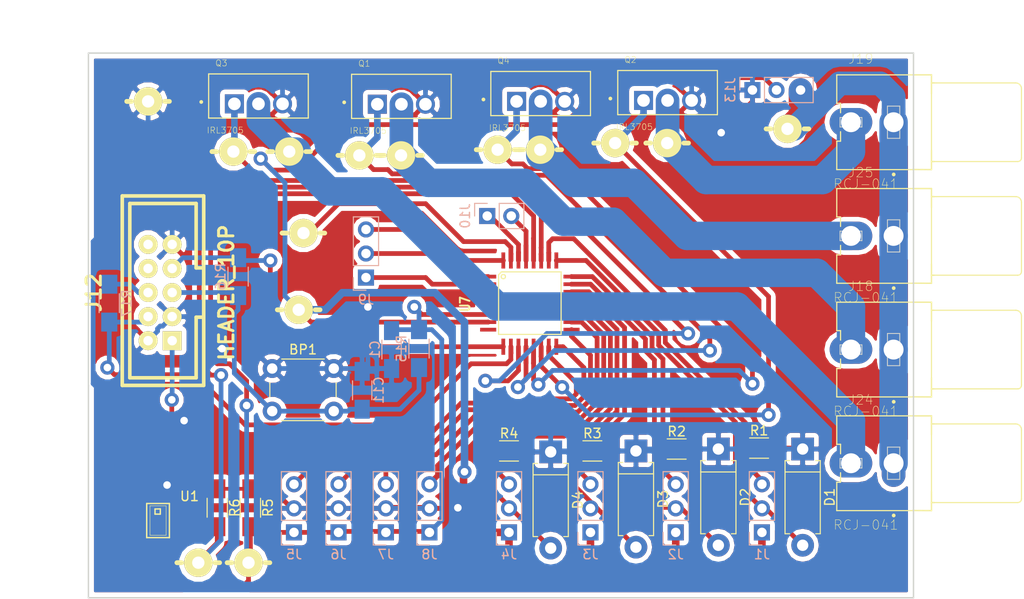
<source format=kicad_pcb>
(kicad_pcb (version 4) (host pcbnew 4.0.7)
  (layers (0 F.Cu signal) (31 B.Cu signal) (34 B.Paste user) (35 F.Paste user) (36 B.SilkS user) (37 F.SilkS user) (38 B.Mask user) (39 F.Mask user) (44 Edge.Cuts user))
  (net 0 "")
  (net 1 "Net-(BP1-Pad2)")
  (net 2 GND)
  (net 3 "VDD(3.3V)")
  (net 4 LM35_0_NEG)
  (net 5 LM35_1_NEG)
  (net 6 LM35_2_NEG)
  (net 7 LM35_3_NEG)
  (net 8 LM35_0_POS)
  (net 9 LM35_1_POS)
  (net 10 LM35_2_POS)
  (net 11 LM35_3_POS)
  (net 12 POT_3)
  (net 13 POT_2)
  (net 14 POT_1)
  (net 15 POT_0)
  (net 16 /C8051F38C/P0.0)
  (net 17 /C8051F38C/P0.1)
  (net 18 /C8051F38C/P0.2)
  (net 19 /C8051F38C/P0.4)
  (net 20 /C8051F38C/P0.5)
  (net 21 /C8051F38C/P0.3)
  (net 22 "Net-(J12-Pad4)")
  (net 23 "Net-(J12-Pad6)")
  (net 24 "Net-(J12-Pad7)")
  (net 25 "Net-(J12-Pad8)")
  (net 26 "Net-(J12-Pad10)")
  (net 27 "VCC(5V)")
  (net 28 "V(12V)")
  (net 29 PCA2)
  (net 30 PCA0)
  (net 31 "Net-(J16-Pad1)")
  (net 32 "Net-(J17-Pad1)")
  (net 33 PCA3)
  (net 34 PCA1)
  (net 35 "Net-(J22-Pad1)")
  (net 36 "Net-(J23-Pad1)")
  (net 37 /C8051F38C/P0.6)
  (net 38 /C8051F38C/P0.7)
  (net 39 "Net-(U1-Pad5)")
  (net 40 "Net-(U1-Pad3)")
  (net 41 "Net-(U1-Pad2)")
  (net 42 "Net-(U1-Pad1)")
  (net 43 "Net-(U7-Pad4)")
  (net 44 "Net-(U7-Pad5)")
  (net 45 "Net-(U7-Pad8)")
  (module base_V2:TSC_CON1_poignard (layer F.Cu) (at 173.6 50)
    (fp_text reference J29 hide)
    (fp_text value Conn_01x01 hide)
    (pad 1 thru_hole circle (at 0 0) (size 2.99974 2.99974) (drill 1.30048) (layers *.Cu *.Mask F.SilkS) (net 28 "V(12V)"))
  )
  (module Carte_Temperature:JTAG (layer F.Cu) (at 107.37 67.28 90)
    (fp_text reference J12 (at 0 -7.00024 90) (layer F.SilkS) (effects (font (thickness 0.3048))))
    (fp_text value HEADER_10P (at 0 7.00024 90) (layer F.SilkS) (effects (font (thickness 0.3048))))
    (pad 1 thru_hole rect (at -5.08 1.27 90) (size 1.99898 1.99898) (drill 1.00076) (layers *.Cu *.Mask F.SilkS) (net 3 "VDD(3.3V)"))
    (pad 2 thru_hole circle (at -5.08 -1.27 90) (size 1.99898 1.99898) (drill 1.00076) (layers *.Cu *.Mask F.SilkS) (net 2 GND))
    (pad 3 thru_hole circle (at -2.54 1.27 90) (size 1.99898 1.99898) (drill 1.00076) (layers *.Cu *.Mask F.SilkS) (net 2 GND))
    (pad 4 thru_hole circle (at -2.54 -1.27 90) (size 1.99898 1.99898) (drill 1.00076) (layers *.Cu *.Mask F.SilkS) (net 22 "Net-(J12-Pad4)"))
    (pad 5 thru_hole circle (at 0 1.27 90) (size 1.99898 1.99898) (drill 1.00076) (layers *.Cu *.Mask F.SilkS) (net 1 "Net-(BP1-Pad2)"))
    (pad 6 thru_hole circle (at 0 -1.27 90) (size 1.99898 1.99898) (drill 1.00076) (layers *.Cu *.Mask F.SilkS) (net 23 "Net-(J12-Pad6)"))
    (pad 7 thru_hole circle (at 2.54 1.27 90) (size 1.99898 1.99898) (drill 1.00076) (layers *.Cu *.Mask F.SilkS) (net 24 "Net-(J12-Pad7)"))
    (pad 8 thru_hole circle (at 2.54 -1.27 90) (size 1.99898 1.99898) (drill 1.00076) (layers *.Cu *.Mask F.SilkS) (net 25 "Net-(J12-Pad8)"))
    (pad 9 thru_hole circle (at 5.08 1.27 90) (size 1.99898 1.99898) (drill 1.00076) (layers *.Cu *.Mask F.SilkS) (net 2 GND))
    (pad 10 thru_hole circle (at 5.08 -1.27 90) (size 1.99898 1.99898) (drill 1.00076) (layers *.Cu *.Mask F.SilkS) (net 26 "Net-(J12-Pad10)"))
  )
  (module Carte_Temperature:TO254P1052X465X1989-3-IRL3705 (layer F.Cu) (at 158.4 47)
    (fp_text reference Q2 (at -1.3744 -4.2954) (layer F.SilkS) (effects (font (size 0.64 0.64) (thickness 0.05))))
    (fp_text value IRL3705 (at -0.968 2.7936) (layer F.SilkS) (effects (font (size 0.64 0.64) (thickness 0.05))))
    (pad 1 thru_hole rect (at 0 0) (size 2.01 2.01) (drill 1.34) (layers *.Cu *.Mask) (net 30 PCA0))
    (pad 2 thru_hole circle (at 2.54 0) (size 2.01 2.01) (drill 1.34) (layers *.Cu *.Mask) (net 32 "Net-(J17-Pad1)"))
    (pad 3 thru_hole circle (at 5.08 0) (size 2.01 2.01) (drill 1.34) (layers *.Cu *.Mask) (net 2 GND))
  )
  (module Buttons_Switches_THT:SW_PUSH_6mm (layer F.Cu) (at 119.2 75.3)
    (fp_text reference BP1 (at 3.25 -2) (layer F.SilkS))
    (fp_text value POUSSOIR_ON)
    (pad 2 thru_hole circle (at 0 4.5 90) (size 2 2) (drill 1.1) (layers *.Cu *.Mask) (net 1 "Net-(BP1-Pad2)"))
    (pad 1 thru_hole circle (at 0 0 90) (size 2 2) (drill 1.1) (layers *.Cu *.Mask) (net 2 GND))
    (pad 2 thru_hole circle (at 6.5 4.5 90) (size 2 2) (drill 1.1) (layers *.Cu *.Mask) (net 1 "Net-(BP1-Pad2)"))
    (pad 1 thru_hole circle (at 6.5 0 90) (size 2 2) (drill 1.1) (layers *.Cu *.Mask) (net 2 GND))
  )
  (module Diodes_THT:D_DO-15_P10.16mm_Horizontal (layer F.Cu) (at 175.2 83.8 270)
    (fp_text reference D1 (at 5.08 -2.86 270) (layer F.SilkS))
    (fp_text value D)
    (pad 1 thru_hole rect (at 0 0 270) (size 2.4 2.4) (drill 1.2) (layers *.Cu *.Mask) (net 2 GND))
    (pad 2 thru_hole oval (at 10.16 0 270) (size 2.4 2.4) (drill 1.2) (layers *.Cu *.Mask) (net 4 LM35_0_NEG))
  )
  (module Diodes_THT:D_DO-15_P10.16mm_Horizontal (layer F.Cu) (at 166.3 83.8 270)
    (fp_text reference D2 (at 5.08 -2.86 270) (layer F.SilkS))
    (fp_text value D)
    (pad 1 thru_hole rect (at 0 0 270) (size 2.4 2.4) (drill 1.2) (layers *.Cu *.Mask) (net 2 GND))
    (pad 2 thru_hole oval (at 10.16 0 270) (size 2.4 2.4) (drill 1.2) (layers *.Cu *.Mask) (net 5 LM35_1_NEG))
  )
  (module Diodes_THT:D_DO-15_P10.16mm_Horizontal (layer F.Cu) (at 157.6 84 270)
    (fp_text reference D3 (at 5.08 -2.86 270) (layer F.SilkS))
    (fp_text value D)
    (pad 1 thru_hole rect (at 0 0 270) (size 2.4 2.4) (drill 1.2) (layers *.Cu *.Mask) (net 2 GND))
    (pad 2 thru_hole oval (at 10.16 0 270) (size 2.4 2.4) (drill 1.2) (layers *.Cu *.Mask) (net 6 LM35_2_NEG))
  )
  (module Diodes_THT:D_DO-15_P10.16mm_Horizontal (layer F.Cu) (at 148.6 84.1 270)
    (fp_text reference D4 (at 5.08 -2.86 270) (layer F.SilkS))
    (fp_text value D)
    (pad 1 thru_hole rect (at 0 0 270) (size 2.4 2.4) (drill 1.2) (layers *.Cu *.Mask) (net 2 GND))
    (pad 2 thru_hole oval (at 10.16 0 270) (size 2.4 2.4) (drill 1.2) (layers *.Cu *.Mask) (net 7 LM35_3_NEG))
  )
  (module Pin_Headers:Pin_Header_Straight_1x03_Pitch2.54mm (layer B.Cu) (at 170.9 92.6)
    (fp_text reference J1 (at 0 2.33) (layer B.SilkS) (effects (justify mirror)))
    (fp_text value Conn_01x03)
    (pad 1 thru_hole rect (at 0 0) (size 1.7 1.7) (drill 1) (layers *.Cu *.Mask) (net 27 "VCC(5V)"))
    (pad 2 thru_hole oval (at 0 -2.54) (size 1.7 1.7) (drill 1) (layers *.Cu *.Mask) (net 4 LM35_0_NEG))
    (pad 3 thru_hole oval (at 0 -5.08) (size 1.7 1.7) (drill 1) (layers *.Cu *.Mask) (net 8 LM35_0_POS))
  )
  (module Pin_Headers:Pin_Header_Straight_1x03_Pitch2.54mm (layer B.Cu) (at 161.8 92.6)
    (fp_text reference J2 (at 0 2.33) (layer B.SilkS) (effects (justify mirror)))
    (fp_text value Conn_01x03)
    (pad 1 thru_hole rect (at 0 0) (size 1.7 1.7) (drill 1) (layers *.Cu *.Mask) (net 27 "VCC(5V)"))
    (pad 2 thru_hole oval (at 0 -2.54) (size 1.7 1.7) (drill 1) (layers *.Cu *.Mask) (net 5 LM35_1_NEG))
    (pad 3 thru_hole oval (at 0 -5.08) (size 1.7 1.7) (drill 1) (layers *.Cu *.Mask) (net 9 LM35_1_POS))
  )
  (module Pin_Headers:Pin_Header_Straight_1x03_Pitch2.54mm (layer B.Cu) (at 152.8 92.6)
    (fp_text reference J3 (at 0 2.33) (layer B.SilkS) (effects (justify mirror)))
    (fp_text value Conn_01x03)
    (pad 1 thru_hole rect (at 0 0) (size 1.7 1.7) (drill 1) (layers *.Cu *.Mask) (net 27 "VCC(5V)"))
    (pad 2 thru_hole oval (at 0 -2.54) (size 1.7 1.7) (drill 1) (layers *.Cu *.Mask) (net 6 LM35_2_NEG))
    (pad 3 thru_hole oval (at 0 -5.08) (size 1.7 1.7) (drill 1) (layers *.Cu *.Mask) (net 10 LM35_2_POS))
  )
  (module Pin_Headers:Pin_Header_Straight_1x03_Pitch2.54mm (layer B.Cu) (at 144.2 92.6)
    (fp_text reference J4 (at 0 2.33) (layer B.SilkS) (effects (justify mirror)))
    (fp_text value Conn_01x03)
    (pad 1 thru_hole rect (at 0 0) (size 1.7 1.7) (drill 1) (layers *.Cu *.Mask) (net 27 "VCC(5V)"))
    (pad 2 thru_hole oval (at 0 -2.54) (size 1.7 1.7) (drill 1) (layers *.Cu *.Mask) (net 7 LM35_3_NEG))
    (pad 3 thru_hole oval (at 0 -5.08) (size 1.7 1.7) (drill 1) (layers *.Cu *.Mask) (net 11 LM35_3_POS))
  )
  (module Pin_Headers:Pin_Header_Straight_1x03_Pitch2.54mm (layer B.Cu) (at 121.5 92.6)
    (fp_text reference J5 (at 0 2.33) (layer B.SilkS) (effects (justify mirror)))
    (fp_text value Conn_01x03)
    (pad 1 thru_hole rect (at 0 0) (size 1.7 1.7) (drill 1) (layers *.Cu *.Mask) (net 3 "VDD(3.3V)"))
    (pad 2 thru_hole oval (at 0 -2.54) (size 1.7 1.7) (drill 1) (layers *.Cu *.Mask) (net 2 GND))
    (pad 3 thru_hole oval (at 0 -5.08) (size 1.7 1.7) (drill 1) (layers *.Cu *.Mask) (net 12 POT_3))
  )
  (module Pin_Headers:Pin_Header_Straight_1x03_Pitch2.54mm (layer B.Cu) (at 126.2 92.6)
    (fp_text reference J6 (at 0 2.33) (layer B.SilkS) (effects (justify mirror)))
    (fp_text value Conn_01x03)
    (pad 1 thru_hole rect (at 0 0) (size 1.7 1.7) (drill 1) (layers *.Cu *.Mask) (net 3 "VDD(3.3V)"))
    (pad 2 thru_hole oval (at 0 -2.54) (size 1.7 1.7) (drill 1) (layers *.Cu *.Mask) (net 2 GND))
    (pad 3 thru_hole oval (at 0 -5.08) (size 1.7 1.7) (drill 1) (layers *.Cu *.Mask) (net 13 POT_2))
  )
  (module Pin_Headers:Pin_Header_Straight_1x03_Pitch2.54mm (layer B.Cu) (at 131.2 92.6)
    (fp_text reference J7 (at 0 2.33) (layer B.SilkS) (effects (justify mirror)))
    (fp_text value Conn_01x03)
    (pad 1 thru_hole rect (at 0 0) (size 1.7 1.7) (drill 1) (layers *.Cu *.Mask) (net 3 "VDD(3.3V)"))
    (pad 2 thru_hole oval (at 0 -2.54) (size 1.7 1.7) (drill 1) (layers *.Cu *.Mask) (net 2 GND))
    (pad 3 thru_hole oval (at 0 -5.08) (size 1.7 1.7) (drill 1) (layers *.Cu *.Mask) (net 14 POT_1))
  )
  (module Pin_Headers:Pin_Header_Straight_1x03_Pitch2.54mm (layer B.Cu) (at 135.8 92.6)
    (fp_text reference J8 (at 0 2.33) (layer B.SilkS) (effects (justify mirror)))
    (fp_text value Conn_01x03)
    (pad 1 thru_hole rect (at 0 0) (size 1.7 1.7) (drill 1) (layers *.Cu *.Mask) (net 3 "VDD(3.3V)"))
    (pad 2 thru_hole oval (at 0 -2.54) (size 1.7 1.7) (drill 1) (layers *.Cu *.Mask) (net 2 GND))
    (pad 3 thru_hole oval (at 0 -5.08) (size 1.7 1.7) (drill 1) (layers *.Cu *.Mask) (net 15 POT_0))
  )
  (module Pin_Headers:Pin_Header_Straight_1x03_Pitch2.54mm (layer B.Cu) (at 129.1 65.7)
    (fp_text reference J9 (at 0 2.33) (layer B.SilkS) (effects (justify mirror)))
    (fp_text value Conn_01x03)
    (pad 1 thru_hole rect (at 0 0) (size 1.7 1.7) (drill 1) (layers *.Cu *.Mask) (net 16 /C8051F38C/P0.0))
    (pad 2 thru_hole oval (at 0 -2.54) (size 1.7 1.7) (drill 1) (layers *.Cu *.Mask) (net 17 /C8051F38C/P0.1))
    (pad 3 thru_hole oval (at 0 -5.08) (size 1.7 1.7) (drill 1) (layers *.Cu *.Mask) (net 18 /C8051F38C/P0.2))
  )
  (module Pin_Headers:Pin_Header_Straight_1x02_Pitch2.54mm (layer B.Cu) (at 141.9 59.2 270)
    (fp_text reference J10 (at 0 2.33 270) (layer B.SilkS) (effects (justify mirror)))
    (fp_text value Conn_01x02)
    (pad 1 thru_hole rect (at 0 0 270) (size 1.7 1.7) (drill 1) (layers *.Cu *.Mask) (net 19 /C8051F38C/P0.4))
    (pad 2 thru_hole oval (at 0 -2.54 270) (size 1.7 1.7) (drill 1) (layers *.Cu *.Mask) (net 20 /C8051F38C/P0.5))
  )
  (module base_V2:TSC_CON1_poignard (layer F.Cu) (at 122.5 61)
    (fp_text reference J11 hide)
    (fp_text value Conn_01x01 hide)
    (pad 1 thru_hole circle (at 0 0) (size 2.99974 2.99974) (drill 1.30048) (layers *.Cu *.Mask F.SilkS) (net 21 /C8051F38C/P0.3))
  )
  (module Pin_Headers:Pin_Header_Straight_1x03_Pitch2.54mm (layer B.Cu) (at 169.9 45.9 270)
    (fp_text reference J13 (at 0 2.33 270) (layer B.SilkS) (effects (justify mirror)))
    (fp_text value Conn_01x03)
    (pad 1 thru_hole rect (at 0 0 270) (size 1.7 1.7) (drill 1) (layers *.Cu *.Mask) (net 2 GND))
    (pad 2 thru_hole oval (at 0 -2.54 270) (size 1.7 1.7) (drill 1) (layers *.Cu *.Mask) (net 27 "VCC(5V)"))
    (pad 3 thru_hole oval (at 0 -5.08 270) (size 1.7 1.7) (drill 1) (layers *.Cu *.Mask) (net 28 "V(12V)"))
  )
  (module base_V2:TSC_CON1_poignard (layer F.Cu) (at 128.4 52.8)
    (fp_text reference J14 hide)
    (fp_text value Conn_01x01 hide)
    (pad 1 thru_hole circle (at 0 0) (size 2.99974 2.99974) (drill 1.30048) (layers *.Cu *.Mask F.SilkS) (net 29 PCA2))
  )
  (module base_V2:TSC_CON1_poignard (layer F.Cu) (at 155.4 51.5)
    (fp_text reference J15 hide)
    (fp_text value Conn_01x01 hide)
    (pad 1 thru_hole circle (at 0 0) (size 2.99974 2.99974) (drill 1.30048) (layers *.Cu *.Mask F.SilkS) (net 30 PCA0))
  )
  (module base_V2:TSC_CON1_poignard (layer F.Cu) (at 132.8 52.8)
    (fp_text reference J16 hide)
    (fp_text value Conn_01x01 hide)
    (pad 1 thru_hole circle (at 0 0) (size 2.99974 2.99974) (drill 1.30048) (layers *.Cu *.Mask F.SilkS) (net 31 "Net-(J16-Pad1)"))
  )
  (module base_V2:TSC_CON1_poignard (layer F.Cu) (at 160.9 51.5)
    (fp_text reference J17 hide)
    (fp_text value Conn_01x01 hide)
    (pad 1 thru_hole circle (at 0 0) (size 2.99974 2.99974) (drill 1.30048) (layers *.Cu *.Mask F.SilkS) (net 32 "Net-(J17-Pad1)"))
  )
  (module base_V2:TSC_CON1_poignard (layer F.Cu) (at 115.1 52.4)
    (fp_text reference J20 hide)
    (fp_text value Conn_01x01 hide)
    (pad 1 thru_hole circle (at 0 0) (size 2.99974 2.99974) (drill 1.30048) (layers *.Cu *.Mask F.SilkS) (net 33 PCA3))
  )
  (module base_V2:TSC_CON1_poignard (layer F.Cu) (at 143 52.2)
    (fp_text reference J21 hide)
    (fp_text value Conn_01x01 hide)
    (pad 1 thru_hole circle (at 0 0) (size 2.99974 2.99974) (drill 1.30048) (layers *.Cu *.Mask F.SilkS) (net 34 PCA1))
  )
  (module base_V2:TSC_CON1_poignard (layer F.Cu) (at 121 52.4)
    (fp_text reference J22 hide)
    (fp_text value Conn_01x01 hide)
    (pad 1 thru_hole circle (at 0 0) (size 2.99974 2.99974) (drill 1.30048) (layers *.Cu *.Mask F.SilkS) (net 35 "Net-(J22-Pad1)"))
  )
  (module base_V2:TSC_CON1_poignard (layer F.Cu) (at 147.5 52.2)
    (fp_text reference J23 hide)
    (fp_text value Conn_01x01 hide)
    (pad 1 thru_hole circle (at 0 0) (size 2.99974 2.99974) (drill 1.30048) (layers *.Cu *.Mask F.SilkS) (net 36 "Net-(J23-Pad1)"))
  )
  (module base_V2:TSC_CON1_poignard (layer F.Cu) (at 116.7 95.8)
    (fp_text reference J26 hide)
    (fp_text value Conn_01x01 hide)
    (pad 1 thru_hole circle (at 0 0) (size 2.99974 2.99974) (drill 1.30048) (layers *.Cu *.Mask F.SilkS) (net 37 /C8051F38C/P0.6))
  )
  (module base_V2:TSC_CON1_poignard (layer F.Cu) (at 111.4 95.8)
    (fp_text reference J27 hide)
    (fp_text value Conn_01x01 hide)
    (pad 1 thru_hole circle (at 0 0) (size 2.99974 2.99974) (drill 1.30048) (layers *.Cu *.Mask F.SilkS) (net 38 /C8051F38C/P0.7))
  )
  (module base_V2:TSC_CON1_poignard (layer F.Cu) (at 122 69.1)
    (fp_text reference J28 hide)
    (fp_text value Conn_01x01 hide)
    (pad 1 thru_hole circle (at 0 0) (size 2.99974 2.99974) (drill 1.30048) (layers *.Cu *.Mask F.SilkS) (net 27 "VCC(5V)"))
  )
  (module base_V2:TSC_CON1_poignard (layer F.Cu) (at 106.1 47.1)
    (fp_text reference J30 hide)
    (fp_text value Conn_01x01 hide)
    (pad 1 thru_hole circle (at 0 0) (size 2.99974 2.99974) (drill 1.30048) (layers *.Cu *.Mask F.SilkS) (net 2 GND))
  )
  (module Carte_Temperature:TO254P1052X465X1989-3-IRL3705 (layer F.Cu) (at 130.3 47.4)
    (fp_text reference Q1 (at -1.3744 -4.2954) (layer F.SilkS) (effects (font (size 0.64 0.64) (thickness 0.05))))
    (fp_text value IRL3705 (at -0.968 2.7936) (layer F.SilkS) (effects (font (size 0.64 0.64) (thickness 0.05))))
    (pad 1 thru_hole rect (at 0 0) (size 2.01 2.01) (drill 1.34) (layers *.Cu *.Mask) (net 29 PCA2))
    (pad 2 thru_hole circle (at 2.54 0) (size 2.01 2.01) (drill 1.34) (layers *.Cu *.Mask) (net 31 "Net-(J16-Pad1)"))
    (pad 3 thru_hole circle (at 5.08 0) (size 2.01 2.01) (drill 1.34) (layers *.Cu *.Mask) (net 2 GND))
  )
  (module Carte_Temperature:TO254P1052X465X1989-3-IRL3705 (layer F.Cu) (at 115.21 47.36)
    (fp_text reference Q3 (at -1.3744 -4.2954) (layer F.SilkS) (effects (font (size 0.64 0.64) (thickness 0.05))))
    (fp_text value IRL3705 (at -0.968 2.7936) (layer F.SilkS) (effects (font (size 0.64 0.64) (thickness 0.05))))
    (pad 1 thru_hole rect (at 0 0) (size 2.01 2.01) (drill 1.34) (layers *.Cu *.Mask) (net 33 PCA3))
    (pad 2 thru_hole circle (at 2.54 0) (size 2.01 2.01) (drill 1.34) (layers *.Cu *.Mask) (net 35 "Net-(J22-Pad1)"))
    (pad 3 thru_hole circle (at 5.08 0) (size 2.01 2.01) (drill 1.34) (layers *.Cu *.Mask) (net 2 GND))
  )
  (module Carte_Temperature:TO254P1052X465X1989-3-IRL3705 (layer F.Cu) (at 145 47.1)
    (fp_text reference Q4 (at -1.3744 -4.2954) (layer F.SilkS) (effects (font (size 0.64 0.64) (thickness 0.05))))
    (fp_text value IRL3705 (at -0.968 2.7936) (layer F.SilkS) (effects (font (size 0.64 0.64) (thickness 0.05))))
    (pad 1 thru_hole rect (at 0 0) (size 2.01 2.01) (drill 1.34) (layers *.Cu *.Mask) (net 34 PCA1))
    (pad 2 thru_hole circle (at 2.54 0) (size 2.01 2.01) (drill 1.34) (layers *.Cu *.Mask) (net 36 "Net-(J23-Pad1)"))
    (pad 3 thru_hole circle (at 5.08 0) (size 2.01 2.01) (drill 1.34) (layers *.Cu *.Mask) (net 2 GND))
  )
  (module Resistors_SMD:R_1206 (layer F.Cu) (at 170.6 83.7)
    (fp_text reference R1 (at 0 -1.85) (layer F.SilkS))
    (fp_text value 18k)
    (pad 1 smd rect (at -1.45 0) (size 0.9 1.7) (layers F.Cu F.Paste F.Mask) (net 8 LM35_0_POS))
    (pad 2 smd rect (at 1.45 0) (size 0.9 1.7) (layers F.Cu F.Paste F.Mask) (net 2 GND))
  )
  (module Resistors_SMD:R_1206 (layer F.Cu) (at 161.9 83.8)
    (fp_text reference R2 (at 0 -1.85) (layer F.SilkS))
    (fp_text value 18k)
    (pad 1 smd rect (at -1.45 0) (size 0.9 1.7) (layers F.Cu F.Paste F.Mask) (net 9 LM35_1_POS))
    (pad 2 smd rect (at 1.45 0) (size 0.9 1.7) (layers F.Cu F.Paste F.Mask) (net 2 GND))
  )
  (module Resistors_SMD:R_1206 (layer F.Cu) (at 153 84)
    (fp_text reference R3 (at 0 -1.85) (layer F.SilkS))
    (fp_text value 18k)
    (pad 1 smd rect (at -1.45 0) (size 0.9 1.7) (layers F.Cu F.Paste F.Mask) (net 10 LM35_2_POS))
    (pad 2 smd rect (at 1.45 0) (size 0.9 1.7) (layers F.Cu F.Paste F.Mask) (net 2 GND))
  )
  (module Resistors_SMD:R_1206 (layer F.Cu) (at 144.2 84)
    (fp_text reference R4 (at 0 -1.85) (layer F.SilkS))
    (fp_text value 18k)
    (pad 1 smd rect (at -1.45 0) (size 0.9 1.7) (layers F.Cu F.Paste F.Mask) (net 11 LM35_3_POS))
    (pad 2 smd rect (at 1.45 0) (size 0.9 1.7) (layers F.Cu F.Paste F.Mask) (net 2 GND))
  )
  (module Carte_Temperature:EEH210_1.5mm (layer F.Cu) (at 106.3 92.9)
    (fp_text reference U1 (at 4.17 -4.11) (layer F.SilkS))
    (fp_text value EEH210)
    (pad 5 smd rect (at -1.1 -0.25) (size 1.5 0.35) (layers F.Cu F.Paste F.Mask) (net 39 "Net-(U1-Pad5)"))
    (pad 4 smd rect (at -1.1 -0.9) (size 1.5 0.35) (layers F.Cu F.Paste F.Mask) (net 3 "VDD(3.3V)"))
    (pad 3 smd rect (at -1.1 -1.55) (size 1.5 0.35) (layers F.Cu F.Paste F.Mask) (net 40 "Net-(U1-Pad3)"))
    (pad 2 smd rect (at -1.1 -2.2) (size 1.5 0.35) (layers F.Cu F.Paste F.Mask) (net 41 "Net-(U1-Pad2)"))
    (pad 1 smd rect (at -1.1 -2.85) (size 1.5 0.35) (layers F.Cu F.Paste F.Mask) (net 42 "Net-(U1-Pad1)"))
    (pad 6 smd rect (at 2.8 -0.25) (size 1.5 0.35) (layers F.Cu F.Paste F.Mask) (net 37 /C8051F38C/P0.6))
    (pad 7 smd rect (at 2.8 -0.9) (size 1.5 0.35) (layers F.Cu F.Paste F.Mask) (net 38 /C8051F38C/P0.7))
    (pad 8 smd rect (at 2.8 -1.55) (size 1.5 0.35) (layers F.Cu F.Paste F.Mask) (net 2 GND))
    (pad 9 smd rect (at 2.8 -2.2) (size 1.5 0.35) (layers F.Cu F.Paste F.Mask) (net 2 GND))
    (pad 10 smd rect (at 2.8 -2.85) (size 1.5 0.35) (layers F.Cu F.Paste F.Mask) (net 2 GND))
  )
  (module Carte_Temperature:C8051F38C (layer F.Cu) (at 146.4 68.4)
    (fp_text reference U7 (at -6.8326 0.1016 270) (layer F.SilkS) (effects (font (size 1.016 0.8001) (thickness 0.20066))))
    (fp_text value C8051F38C hide)
    (pad 1 smd rect (at -4.39928 -2.80162) (size 1.7018 0.39878) (layers F.Cu F.Paste F.Mask) (net 17 /C8051F38C/P0.1))
    (pad 2 smd rect (at -4.39928 -2.00152) (size 1.7018 0.39878) (layers F.Cu F.Paste F.Mask) (net 16 /C8051F38C/P0.0))
    (pad 3 smd rect (at -4.39928 -1.20142) (size 1.7018 0.39878) (layers F.Cu F.Paste F.Mask) (net 2 GND))
    (pad 4 smd rect (at -4.39928 -0.40132) (size 1.7018 0.39878) (layers F.Cu F.Paste F.Mask) (net 43 "Net-(U7-Pad4)"))
    (pad 5 smd rect (at -4.39928 0.39878) (size 1.7018 0.39878) (layers F.Cu F.Paste F.Mask) (net 44 "Net-(U7-Pad5)"))
    (pad 6 smd rect (at -4.39928 1.19888) (size 1.7018 0.39878) (layers F.Cu F.Paste F.Mask) (net 3 "VDD(3.3V)"))
    (pad 7 smd rect (at -4.39928 1.99898) (size 1.7018 0.39878) (layers F.Cu F.Paste F.Mask) (net 27 "VCC(5V)"))
    (pad 8 smd rect (at -4.39928 2.79908) (size 1.7018 0.39878) (layers F.Cu F.Paste F.Mask) (net 45 "Net-(U7-Pad8)"))
    (pad 9 smd rect (at -2.80416 4.59994 90) (size 1.7018 0.39878) (layers F.Cu F.Paste F.Mask) (net 24 "Net-(J12-Pad7)"))
    (pad 10 smd rect (at -2.00406 4.59994 90) (size 1.7018 0.39878) (layers F.Cu F.Paste F.Mask) (net 22 "Net-(J12-Pad4)"))
    (pad 11 smd rect (at -1.20396 4.59994 90) (size 1.7018 0.39878) (layers F.Cu F.Paste F.Mask) (net 33 PCA3))
    (pad 12 smd rect (at -0.40386 4.59994 90) (size 1.7018 0.39878) (layers F.Cu F.Paste F.Mask) (net 29 PCA2))
    (pad 13 smd rect (at 0.39624 4.59994 90) (size 1.7018 0.39878) (layers F.Cu F.Paste F.Mask) (net 34 PCA1))
    (pad 14 smd rect (at 1.19634 4.59994 90) (size 1.7018 0.39878) (layers F.Cu F.Paste F.Mask) (net 30 PCA0))
    (pad 15 smd rect (at 1.9939 4.59994 90) (size 1.7018 0.39878) (layers F.Cu F.Paste F.Mask) (net 12 POT_3))
    (pad 16 smd rect (at 2.794 4.59994 90) (size 1.7018 0.39878) (layers F.Cu F.Paste F.Mask) (net 13 POT_2))
    (pad 17 smd rect (at 4.39928 2.79908) (size 1.7018 0.39878) (layers F.Cu F.Paste F.Mask) (net 14 POT_1))
    (pad 18 smd rect (at 4.39928 1.99898) (size 1.7018 0.39878) (layers F.Cu F.Paste F.Mask) (net 15 POT_0))
    (pad 19 smd rect (at 4.39928 1.19888) (size 1.7018 0.39878) (layers F.Cu F.Paste F.Mask) (net 7 LM35_3_NEG))
    (pad 20 smd rect (at 4.39928 0.39878) (size 1.7018 0.39878) (layers F.Cu F.Paste F.Mask) (net 11 LM35_3_POS))
    (pad 21 smd rect (at 4.39928 -0.40132) (size 1.7018 0.39878) (layers F.Cu F.Paste F.Mask) (net 6 LM35_2_NEG))
    (pad 22 smd rect (at 4.39928 -1.20142) (size 1.7018 0.39878) (layers F.Cu F.Paste F.Mask) (net 10 LM35_2_POS))
    (pad 23 smd rect (at 4.39928 -2.00152) (size 1.7018 0.39878) (layers F.Cu F.Paste F.Mask) (net 5 LM35_1_NEG))
    (pad 24 smd rect (at 4.39928 -2.80162) (size 1.7018 0.39878) (layers F.Cu F.Paste F.Mask) (net 9 LM35_1_POS))
    (pad 25 smd rect (at 2.79654 -4.50596 90) (size 1.7018 0.39878) (layers F.Cu F.Paste F.Mask) (net 4 LM35_0_NEG))
    (pad 26 smd rect (at 1.99644 -4.50596 90) (size 1.7018 0.39878) (layers F.Cu F.Paste F.Mask) (net 8 LM35_0_POS))
    (pad 27 smd rect (at 1.19634 -4.50596 90) (size 1.7018 0.39878) (layers F.Cu F.Paste F.Mask) (net 38 /C8051F38C/P0.7))
    (pad 28 smd rect (at 0.39878 -4.50596 90) (size 1.7018 0.39878) (layers F.Cu F.Paste F.Mask) (net 37 /C8051F38C/P0.6))
    (pad 29 smd rect (at -0.40132 -4.50596 90) (size 1.7018 0.39878) (layers F.Cu F.Paste F.Mask) (net 20 /C8051F38C/P0.5))
    (pad 30 smd rect (at -1.20142 -4.50596 90) (size 1.7018 0.39878) (layers F.Cu F.Paste F.Mask) (net 19 /C8051F38C/P0.4))
    (pad 31 smd rect (at -2.00152 -4.50596 90) (size 1.7018 0.39878) (layers F.Cu F.Paste F.Mask) (net 21 /C8051F38C/P0.3))
    (pad 32 smd rect (at -2.80162 -4.50596 90) (size 1.7018 0.39878) (layers F.Cu F.Paste F.Mask) (net 18 /C8051F38C/P0.2))
  )
  (module Capacitors_SMD:C_1206_HandSoldering (layer B.Cu) (at 131.8 73.3 270)
    (fp_text reference C1 (at 0 1.75 270) (layer B.SilkS) (effects (justify mirror)))
    (fp_text value C)
    (pad 1 smd rect (at -2 0 270) (size 2 1.6) (layers B.Cu B.Paste B.Mask) (net 3 "VDD(3.3V)"))
    (pad 2 smd rect (at 2 0 270) (size 2 1.6) (layers B.Cu B.Paste B.Mask) (net 2 GND))
  )
  (module Capacitors_SMD:C_1206_HandSoldering (layer B.Cu) (at 128.7 77.6 90)
    (fp_text reference C11 (at 0 1.75 90) (layer B.SilkS) (effects (justify mirror)))
    (fp_text value 1uF)
    (pad 1 smd rect (at -2 0 90) (size 2 1.6) (layers B.Cu B.Paste B.Mask) (net 1 "Net-(BP1-Pad2)"))
    (pad 2 smd rect (at 2 0 90) (size 2 1.6) (layers B.Cu B.Paste B.Mask) (net 2 GND))
  )
  (module Carte_Temperature:CUI_RCJ-041_Graveuse (layer F.Cu) (at 188.8 73.3)
    (fp_text reference J18 (at -7.45776 -6.68944) (layer F.SilkS) (effects (font (size 1.0082 1.0082) (thickness 0.05))))
    (fp_text value RCJ-041 (at -6.9288 6.51111) (layer F.SilkS) (effects (font (size 1.0051 1.0051) (thickness 0.05))))
    (fp_line (start -9.65 -0.5) (end -7.35 -0.5) (layer Edge.Cuts) (width 0))
    (fp_line (start -7.35 -0.5) (end -7.35 0.5) (layer Edge.Cuts) (width 0))
    (fp_line (start -7.35 0.5) (end -9.65 0.5) (layer Edge.Cuts) (width 0))
    (fp_line (start -9.65 0.5) (end -9.65 -0.5) (layer Edge.Cuts) (width 0))
    (fp_line (start -4.65 1.7) (end -4.65 -1.7) (layer Edge.Cuts) (width 0))
    (fp_line (start -4.65 -1.7) (end -3.35 -1.7) (layer Edge.Cuts) (width 0))
    (fp_line (start -3.35 -1.7) (end -3.35 1.7) (layer Edge.Cuts) (width 0))
    (fp_line (start -3.35 1.7) (end -4.65 1.7) (layer Edge.Cuts) (width 0))
    (pad 1 thru_hole oval (at -4 0 90) (size 5 2.5) (drill 2.1) (layers *.Cu *.Mask) (net 28 "V(12V)"))
    (pad 2 thru_hole oval (at -8.5 0 180) (size 4.5 3) (drill 2.1) (layers *.Cu *.Mask) (net 31 "Net-(J16-Pad1)"))
  )
  (module Carte_Temperature:CUI_RCJ-041_Graveuse (layer F.Cu) (at 188.8 49.3)
    (fp_text reference J19 (at -7.45776 -6.68944) (layer F.SilkS) (effects (font (size 1.0082 1.0082) (thickness 0.05))))
    (fp_text value RCJ-041 (at -6.9288 6.51111) (layer F.SilkS) (effects (font (size 1.0051 1.0051) (thickness 0.05))))
    (fp_line (start -9.65 -0.5) (end -7.35 -0.5) (layer Edge.Cuts) (width 0))
    (fp_line (start -7.35 -0.5) (end -7.35 0.5) (layer Edge.Cuts) (width 0))
    (fp_line (start -7.35 0.5) (end -9.65 0.5) (layer Edge.Cuts) (width 0))
    (fp_line (start -9.65 0.5) (end -9.65 -0.5) (layer Edge.Cuts) (width 0))
    (fp_line (start -4.65 1.7) (end -4.65 -1.7) (layer Edge.Cuts) (width 0))
    (fp_line (start -4.65 -1.7) (end -3.35 -1.7) (layer Edge.Cuts) (width 0))
    (fp_line (start -3.35 -1.7) (end -3.35 1.7) (layer Edge.Cuts) (width 0))
    (fp_line (start -3.35 1.7) (end -4.65 1.7) (layer Edge.Cuts) (width 0))
    (pad 1 thru_hole oval (at -4 0 90) (size 5 2.5) (drill 2.1) (layers *.Cu *.Mask) (net 28 "V(12V)"))
    (pad 2 thru_hole oval (at -8.5 0 180) (size 4.5 3) (drill 2.1) (layers *.Cu *.Mask) (net 32 "Net-(J17-Pad1)"))
  )
  (module Carte_Temperature:CUI_RCJ-041_Graveuse (layer F.Cu) (at 188.8 85.3)
    (fp_text reference J24 (at -7.45776 -6.68944) (layer F.SilkS) (effects (font (size 1.0082 1.0082) (thickness 0.05))))
    (fp_text value RCJ-041 (at -6.9288 6.51111) (layer F.SilkS) (effects (font (size 1.0051 1.0051) (thickness 0.05))))
    (fp_line (start -9.65 -0.5) (end -7.35 -0.5) (layer Edge.Cuts) (width 0))
    (fp_line (start -7.35 -0.5) (end -7.35 0.5) (layer Edge.Cuts) (width 0))
    (fp_line (start -7.35 0.5) (end -9.65 0.5) (layer Edge.Cuts) (width 0))
    (fp_line (start -9.65 0.5) (end -9.65 -0.5) (layer Edge.Cuts) (width 0))
    (fp_line (start -4.65 1.7) (end -4.65 -1.7) (layer Edge.Cuts) (width 0))
    (fp_line (start -4.65 -1.7) (end -3.35 -1.7) (layer Edge.Cuts) (width 0))
    (fp_line (start -3.35 -1.7) (end -3.35 1.7) (layer Edge.Cuts) (width 0))
    (fp_line (start -3.35 1.7) (end -4.65 1.7) (layer Edge.Cuts) (width 0))
    (pad 1 thru_hole oval (at -4 0 90) (size 5 2.5) (drill 2.1) (layers *.Cu *.Mask) (net 28 "V(12V)"))
    (pad 2 thru_hole oval (at -8.5 0 180) (size 4.5 3) (drill 2.1) (layers *.Cu *.Mask) (net 35 "Net-(J22-Pad1)"))
  )
  (module Carte_Temperature:CUI_RCJ-041_Graveuse (layer F.Cu) (at 188.8 61.3)
    (fp_text reference J25 (at -7.45776 -6.68944) (layer F.SilkS) (effects (font (size 1.0082 1.0082) (thickness 0.05))))
    (fp_text value RCJ-041 (at -6.9288 6.51111) (layer F.SilkS) (effects (font (size 1.0051 1.0051) (thickness 0.05))))
    (fp_line (start -9.65 -0.5) (end -7.35 -0.5) (layer Edge.Cuts) (width 0))
    (fp_line (start -7.35 -0.5) (end -7.35 0.5) (layer Edge.Cuts) (width 0))
    (fp_line (start -7.35 0.5) (end -9.65 0.5) (layer Edge.Cuts) (width 0))
    (fp_line (start -9.65 0.5) (end -9.65 -0.5) (layer Edge.Cuts) (width 0))
    (fp_line (start -4.65 1.7) (end -4.65 -1.7) (layer Edge.Cuts) (width 0))
    (fp_line (start -4.65 -1.7) (end -3.35 -1.7) (layer Edge.Cuts) (width 0))
    (fp_line (start -3.35 -1.7) (end -3.35 1.7) (layer Edge.Cuts) (width 0))
    (fp_line (start -3.35 1.7) (end -4.65 1.7) (layer Edge.Cuts) (width 0))
    (pad 1 thru_hole oval (at -4 0 90) (size 5 2.5) (drill 2.1) (layers *.Cu *.Mask) (net 28 "V(12V)"))
    (pad 2 thru_hole oval (at -8.5 0 180) (size 4.5 3) (drill 2.1) (layers *.Cu *.Mask) (net 36 "Net-(J23-Pad1)"))
  )
  (module Resistors_SMD:R_1206_HandSoldering (layer F.Cu) (at 116.9 90 270)
    (fp_text reference R5 (at 0 -1.85 270) (layer F.SilkS))
    (fp_text value R)
    (pad 1 smd rect (at -2 0 270) (size 2 1.7) (layers F.Cu F.Paste F.Mask) (net 3 "VDD(3.3V)"))
    (pad 2 smd rect (at 2 0 270) (size 2 1.7) (layers F.Cu F.Paste F.Mask) (net 37 /C8051F38C/P0.6))
  )
  (module Resistors_SMD:R_1206_HandSoldering (layer F.Cu) (at 113.4 90 270)
    (fp_text reference R6 (at 0 -1.85 270) (layer F.SilkS))
    (fp_text value R)
    (pad 1 smd rect (at -2 0 270) (size 2 1.7) (layers F.Cu F.Paste F.Mask) (net 3 "VDD(3.3V)"))
    (pad 2 smd rect (at 2 0 270) (size 2 1.7) (layers F.Cu F.Paste F.Mask) (net 38 /C8051F38C/P0.7))
  )
  (module Resistors_SMD:R_1206_HandSoldering (layer B.Cu) (at 134.7 73.2 270)
    (fp_text reference R15 (at 0 1.85 270) (layer B.SilkS) (effects (justify mirror)))
    (fp_text value 1K)
    (pad 1 smd rect (at -2 0 270) (size 2 1.7) (layers B.Cu B.Paste B.Mask) (net 3 "VDD(3.3V)"))
    (pad 2 smd rect (at 2 0 270) (size 2 1.7) (layers B.Cu B.Paste B.Mask) (net 1 "Net-(BP1-Pad2)"))
  )
  (module Resistors_SMD:R_1206_HandSoldering (layer B.Cu) (at 115.6 65.6 270)
    (fp_text reference R16 (at 0 1.85 270) (layer B.SilkS) (effects (justify mirror)))
    (fp_text value 1K)
    (pad 1 smd rect (at -2 0 270) (size 2 1.7) (layers B.Cu B.Paste B.Mask) (net 24 "Net-(J12-Pad7)"))
    (pad 2 smd rect (at 2 0 270) (size 2 1.7) (layers B.Cu B.Paste B.Mask) (net 1 "Net-(BP1-Pad2)"))
  )
  (module Resistors_SMD:R_1206_HandSoldering (layer B.Cu) (at 102 68.4 90)
    (fp_text reference R17 (at 0 1.85 90) (layer B.SilkS) (effects (justify mirror)))
    (fp_text value 1K)
    (pad 1 smd rect (at -2 0 90) (size 2 1.7) (layers B.Cu B.Paste B.Mask) (net 22 "Net-(J12-Pad4)"))
    (pad 2 smd rect (at 2 0 90) (size 2 1.7) (layers B.Cu B.Paste B.Mask) (net 23 "Net-(J12-Pad6)"))
  )
  (gr_line (start 186.9 42) (end 99.8 42) (angle 90) (layer Edge.Cuts) (width 0.15))
  (gr_line (start 186.9 99.5) (end 99.8 99.5) (angle 90) (layer Edge.Cuts) (width 0.15))
  (gr_line (start 186.9 42) (end 186.9 99.5) (angle 90) (layer Edge.Cuts) (width 0.15))
  (gr_line (start 99.8 99.5) (end 99.8 42) (angle 90) (layer Edge.Cuts) (width 0.15))
  (segment (start 115.2 75.8) (end 119.2 79.8) (width 0.5) (layer B.Cu) (net 1))
  (segment (start 115.2 69.5) (end 115.2 75.8) (width 0.5) (layer B.Cu) (net 1))
  (segment (start 115.6 69.1) (end 115.2 69.5) (width 0.5) (layer B.Cu) (net 1))
  (segment (start 115.6 67.6) (end 115.6 69.1) (width 0.5) (layer B.Cu) (net 1))
  (segment (start 132.7 79.6) (end 128.7 79.6) (width 0.5) (layer B.Cu) (net 1))
  (segment (start 134.7 77.6) (end 132.7 79.6) (width 0.5) (layer B.Cu) (net 1))
  (segment (start 134.7 75.2) (end 134.7 77.6) (width 0.5) (layer B.Cu) (net 1))
  (segment (start 115.28 67.28) (end 115.6 67.6) (width 0.5) (layer B.Cu) (net 1))
  (segment (start 108.64 67.28) (end 115.28 67.28) (width 0.5) (layer B.Cu) (net 1))
  (segment (start 119.2 79.8) (end 125.7 79.8) (width 0.5) (layer B.Cu) (net 1))
  (segment (start 127.2 79.8) (end 127.4 79.6) (width 0.5) (layer B.Cu) (net 1))
  (segment (start 125.7 79.8) (end 127.2 79.8) (width 0.5) (layer B.Cu) (net 1))
  (segment (start 128.7 79.6) (end 127.4 79.6) (width 0.5) (layer B.Cu) (net 1))
  (segment (start 121.5 90.06) (end 121.26 90.06) (width 0.5) (layer F.Cu) (net 2))
  (segment (start 121.26 90.06) (end 118.8 87.6) (width 0.5) (layer F.Cu) (net 2))
  (via (at 109.9 80.8) (size 1.5) (drill 0.8) (layers F.Cu B.Cu) (net 2))
  (segment (start 109.9 81) (end 109.9 80.8) (width 0.5) (layer F.Cu) (net 2))
  (segment (start 113.1 84.2) (end 109.9 81) (width 0.5) (layer F.Cu) (net 2))
  (segment (start 117 84.2) (end 113.1 84.2) (width 0.5) (layer F.Cu) (net 2))
  (segment (start 118.8 86) (end 117 84.2) (width 0.5) (layer F.Cu) (net 2))
  (segment (start 118.8 87.6) (end 118.8 86) (width 0.5) (layer F.Cu) (net 2))
  (segment (start 109.1 90.05) (end 109.1 90.3) (width 0.5) (layer F.Cu) (net 2))
  (segment (start 109.1 90.3) (end 109.1 90.7) (width 0.5) (layer F.Cu) (net 2))
  (segment (start 108.849999 88.549999) (end 109.1 88.8) (width 0.5) (layer F.Cu) (net 2))
  (segment (start 109.1 88.8) (end 109.1 90.3) (width 0.5) (layer F.Cu) (net 2))
  (segment (start 108.1 87.6) (end 108.849999 88.349999) (width 0.5) (layer F.Cu) (net 2))
  (segment (start 108.849999 88.349999) (end 108.849999 88.549999) (width 0.5) (layer F.Cu) (net 2))
  (segment (start 109.9 80.8) (end 109.9 85.8) (width 0.5) (layer B.Cu) (net 2))
  (segment (start 109.9 85.8) (end 108.1 87.6) (width 0.5) (layer B.Cu) (net 2))
  (via (at 108.1 87.6) (size 1.5) (drill 0.8) (layers F.Cu B.Cu) (net 2))
  (via (at 113.9 73.2) (size 1.5) (layers F.Cu B.Cu) (net 2))
  (via (at 129.3 68.8) (size 1.5) (layers F.Cu B.Cu) (net 2))
  (via (at 138.8 90) (size 1.5) (layers F.Cu B.Cu) (net 2))
  (via (at 166.6 50.4) (size 1.5) (layers F.Cu B.Cu) (net 2))
  (segment (start 117.1 73.2) (end 113.9 73.2) (width 0.5) (layer F.Cu) (net 2))
  (segment (start 119.2 75.3) (end 117.1 73.2) (width 0.5) (layer F.Cu) (net 2))
  (segment (start 112.4 73.2) (end 113.9 73.2) (width 0.5) (layer B.Cu) (net 2))
  (segment (start 128.4 75.3) (end 128.7 75.6) (width 0.5) (layer B.Cu) (net 2))
  (segment (start 125.7 75.3) (end 128.4 75.3) (width 0.5) (layer B.Cu) (net 2))
  (segment (start 129 75.3) (end 128.7 75.6) (width 0.5) (layer B.Cu) (net 2))
  (segment (start 131.8 75.3) (end 129 75.3) (width 0.5) (layer B.Cu) (net 2))
  (segment (start 129.3 75) (end 128.7 75.6) (width 0.5) (layer B.Cu) (net 2))
  (segment (start 129.3 68.8) (end 129.3 75) (width 0.5) (layer B.Cu) (net 2))
  (segment (start 138.74 90.06) (end 135.8 90.06) (width 0.5) (layer F.Cu) (net 2))
  (segment (start 138.8 90) (end 138.74 90.06) (width 0.5) (layer F.Cu) (net 2))
  (segment (start 138.8 89.8) (end 138.8 90) (width 0.5) (layer B.Cu) (net 2))
  (segment (start 144.5 84.1) (end 138.8 89.8) (width 0.5) (layer B.Cu) (net 2))
  (segment (start 148.6 84.1) (end 144.5 84.1) (width 0.5) (layer B.Cu) (net 2))
  (segment (start 131.3 89.96) (end 131.2 90.06) (width 0.5) (layer F.Cu) (net 2))
  (segment (start 132.4 89.96) (end 131.3 89.96) (width 0.5) (layer F.Cu) (net 2))
  (segment (start 129.6 90.06) (end 131.2 90.06) (width 0.5) (layer F.Cu) (net 2))
  (segment (start 135.4 45.9587) (end 135.4 44.6) (width 0.5) (layer B.Cu) (net 2))
  (segment (start 135.38 45.9787) (end 135.4 45.9587) (width 0.5) (layer B.Cu) (net 2))
  (segment (start 135.38 47.4) (end 135.38 45.9787) (width 0.5) (layer B.Cu) (net 2))
  (segment (start 120.29 44.71) (end 120.4 44.6) (width 0.5) (layer B.Cu) (net 2))
  (segment (start 120.29 47.36) (end 120.29 44.71) (width 0.5) (layer B.Cu) (net 2))
  (segment (start 108.6 44.6) (end 106.1 47.1) (width 0.5) (layer B.Cu) (net 2))
  (segment (start 120.4 44.6) (end 108.6 44.6) (width 0.5) (layer B.Cu) (net 2))
  (segment (start 152.58 44.6) (end 150.08 47.1) (width 0.5) (layer B.Cu) (net 2))
  (segment (start 162.7 44.6) (end 152.58 44.6) (width 0.5) (layer B.Cu) (net 2))
  (segment (start 163.48 45.38) (end 162.7 44.6) (width 0.5) (layer B.Cu) (net 2))
  (segment (start 163.48 47) (end 163.48 45.38) (width 0.5) (layer B.Cu) (net 2))
  (segment (start 169.9 47.1) (end 166.6 50.4) (width 0.5) (layer F.Cu) (net 2))
  (segment (start 169.9 45.9) (end 169.9 47.1) (width 0.5) (layer F.Cu) (net 2))
  (segment (start 163.48 47.28) (end 163.48 47) (width 0.5) (layer B.Cu) (net 2))
  (segment (start 166.6 50.4) (end 163.48 47.28) (width 0.5) (layer B.Cu) (net 2))
  (segment (start 166.3 83.8) (end 163.35 83.8) (width 0.5) (layer F.Cu) (net 2))
  (segment (start 157.6 84) (end 154.45 84) (width 0.5) (layer F.Cu) (net 2))
  (segment (start 145.75 84.1) (end 145.65 84) (width 0.5) (layer F.Cu) (net 2))
  (segment (start 148.6 84.1) (end 145.75 84.1) (width 0.5) (layer F.Cu) (net 2))
  (segment (start 148.7 84) (end 148.6 84.1) (width 0.5) (layer B.Cu) (net 2))
  (segment (start 157.6 84) (end 148.7 84) (width 0.5) (layer B.Cu) (net 2))
  (segment (start 157.8 83.8) (end 157.6 84) (width 0.5) (layer B.Cu) (net 2))
  (segment (start 166.3 83.8) (end 157.8 83.8) (width 0.5) (layer B.Cu) (net 2))
  (segment (start 166.3 83.8) (end 175.2 83.8) (width 0.5) (layer B.Cu) (net 2))
  (segment (start 175.1 83.7) (end 175.2 83.8) (width 0.5) (layer F.Cu) (net 2))
  (segment (start 172.05 83.7) (end 175.1 83.7) (width 0.5) (layer F.Cu) (net 2))
  (segment (start 121.5 90.06) (end 126.2 90.06) (width 0.5) (layer F.Cu) (net 2))
  (segment (start 108.64 57.9) (end 108.64 57.4) (width 0.5) (layer B.Cu) (net 2))
  (segment (start 108.14 57.9) (end 108.64 57.4) (width 0.5) (layer B.Cu) (net 2))
  (segment (start 119.2 75.3) (end 125.7 75.3) (width 0.5) (layer B.Cu) (net 2))
  (segment (start 107.099 71.3605) (end 106.1 72.36) (width 0.5) (layer B.Cu) (net 2))
  (segment (start 107.099 71.0915) (end 107.099 71.3605) (width 0.5) (layer B.Cu) (net 2))
  (segment (start 107.372 70.8195) (end 107.099 71.0915) (width 0.5) (layer B.Cu) (net 2))
  (segment (start 107.641 70.8195) (end 107.372 70.8195) (width 0.5) (layer B.Cu) (net 2))
  (segment (start 108.64 69.82) (end 107.641 70.8195) (width 0.5) (layer B.Cu) (net 2))
  (segment (start 106.1 50.3) (end 106.1 47.1) (width 0.5) (layer B.Cu) (net 2))
  (segment (start 108.64 52.84) (end 106.1 50.3) (width 0.5) (layer B.Cu) (net 2))
  (segment (start 108.64 57.4) (end 108.64 52.84) (width 0.5) (layer B.Cu) (net 2))
  (segment (start 112.4 72.1665) (end 112.4 73.2) (width 0.5) (layer B.Cu) (net 2))
  (segment (start 110.053 69.82) (end 112.4 72.1665) (width 0.5) (layer B.Cu) (net 2))
  (segment (start 108.64 69.82) (end 110.053 69.82) (width 0.5) (layer B.Cu) (net 2))
  (segment (start 104.3 57.9) (end 108.1 57.9) (width 0.5) (layer B.Cu) (net 2))
  (segment (start 100.3 61.9) (end 104.3 57.9) (width 0.5) (layer B.Cu) (net 2))
  (segment (start 100.3 76.9) (end 100.3 61.9) (width 0.5) (layer B.Cu) (net 2))
  (segment (start 104.2 80.8) (end 100.3 76.9) (width 0.5) (layer B.Cu) (net 2))
  (segment (start 109.9 80.8) (end 104.2 80.8) (width 0.5) (layer B.Cu) (net 2))
  (segment (start 112.4 78.3) (end 109.9 80.8) (width 0.5) (layer B.Cu) (net 2))
  (segment (start 112.4 73.2) (end 112.4 78.3) (width 0.5) (layer B.Cu) (net 2))
  (segment (start 108.1 57.9) (end 108.14 57.9) (width 0.5) (layer B.Cu) (net 2))
  (segment (start 108.14 57.9) (end 108.64 57.9) (width 0.5) (layer B.Cu) (net 2))
  (segment (start 108.1 57.9) (end 108.14 57.9) (width 0.5) (layer B.Cu) (net 2))
  (segment (start 108.14 57.9) (end 108.64 58.4) (width 0.5) (layer B.Cu) (net 2))
  (segment (start 108.64 62.2) (end 108.64 58.4) (width 0.5) (layer B.Cu) (net 2))
  (segment (start 108.64 58.4) (end 108.64 57.9) (width 0.5) (layer B.Cu) (net 2))
  (segment (start 126.2 90.06) (end 129.6 90.06) (width 0.5) (layer F.Cu) (net 2))
  (segment (start 131.1 89.96) (end 132.4 89.96) (width 0.5) (layer F.Cu) (net 2))
  (segment (start 131 90.06) (end 131.1 89.96) (width 0.5) (layer F.Cu) (net 2))
  (segment (start 129.6 90.06) (end 131 90.06) (width 0.5) (layer F.Cu) (net 2))
  (segment (start 132.4 89.96) (end 135.8 89.96) (width 0.5) (layer F.Cu) (net 2))
  (segment (start 152.58 44.6) (end 135.4 44.6) (width 0.5) (layer B.Cu) (net 2))
  (segment (start 135.4 44.6) (end 120.4 44.6) (width 0.5) (layer B.Cu) (net 2))
  (segment (start 142.001 67.1986) (end 142.0007 67.1986) (width 0.5) (layer F.Cu) (net 2))
  (segment (start 130.901 67.1986) (end 129.3 68.8) (width 0.5) (layer F.Cu) (net 2))
  (segment (start 142.0007 67.1986) (end 130.901 67.1986) (width 0.5) (layer F.Cu) (net 2))
  (segment (start 109.1 90.7) (end 109.1 91.35) (width 0.5) (layer F.Cu) (net 2))
  (via (at 134.2 68.8) (size 1.5) (layers F.Cu B.Cu) (net 3))
  (via (at 108.6 78.6) (size 1.5) (layers F.Cu B.Cu) (net 3))
  (segment (start 116.9 88) (end 113.4 88) (width 0.4) (layer F.Cu) (net 3))
  (segment (start 108.2 84.55) (end 108.6 84.55) (width 0.4) (layer F.Cu) (net 3))
  (segment (start 131.9 71.2) (end 131.8 71.3) (width 0.5) (layer B.Cu) (net 3))
  (segment (start 134.7 71.2) (end 131.9 71.2) (width 0.5) (layer B.Cu) (net 3))
  (segment (start 119.6 92.6) (end 121.5 92.6) (width 0.5) (layer F.Cu) (net 3))
  (segment (start 119 92) (end 119.6 92.6) (width 0.5) (layer F.Cu) (net 3))
  (segment (start 119 89.4) (end 119 92) (width 0.5) (layer F.Cu) (net 3))
  (segment (start 117.6 88) (end 119 89.4) (width 0.5) (layer F.Cu) (net 3))
  (segment (start 116.9 88) (end 117.6 88) (width 0.5) (layer F.Cu) (net 3))
  (segment (start 126.2 92.6) (end 121.5 92.6) (width 0.5) (layer F.Cu) (net 3))
  (segment (start 108.6 78.6) (end 108.6 84.55) (width 0.5) (layer F.Cu) (net 3))
  (segment (start 108.64 78.56) (end 108.6 78.6) (width 0.5) (layer B.Cu) (net 3))
  (segment (start 108.64 72.36) (end 108.64 78.56) (width 0.5) (layer B.Cu) (net 3))
  (segment (start 108.6 84.55) (end 109.15 85.1) (width 0.5) (layer F.Cu) (net 3))
  (segment (start 112.05 88) (end 113.4 88) (width 0.5) (layer F.Cu) (net 3))
  (segment (start 109.15 85.1) (end 112.05 88) (width 0.5) (layer F.Cu) (net 3))
  (segment (start 142.001 69.5989) (end 142.0007 69.5989) (width 0.5) (layer F.Cu) (net 3))
  (segment (start 134.999 69.5989) (end 134.2 68.8) (width 0.5) (layer F.Cu) (net 3))
  (segment (start 142.0007 69.5989) (end 134.999 69.5989) (width 0.5) (layer F.Cu) (net 3))
  (segment (start 105.95 84.55) (end 108.2 84.55) (width 0.4) (layer F.Cu) (net 3))
  (segment (start 102.5 88) (end 105.95 84.55) (width 0.4) (layer F.Cu) (net 3))
  (segment (start 102.5 90.45) (end 102.5 88) (width 0.4) (layer F.Cu) (net 3))
  (segment (start 104.05 92) (end 102.5 90.45) (width 0.4) (layer F.Cu) (net 3))
  (segment (start 105.2 92) (end 104.05 92) (width 0.4) (layer F.Cu) (net 3))
  (segment (start 108.6 85.1) (end 109.15 85.1) (width 0.4) (layer F.Cu) (net 3))
  (segment (start 108.2 84.7) (end 108.6 85.1) (width 0.4) (layer F.Cu) (net 3))
  (segment (start 108.2 84.55) (end 108.2 84.7) (width 0.4) (layer F.Cu) (net 3))
  (segment (start 135.7 92.5) (end 135.8 92.6) (width 0.5) (layer F.Cu) (net 3))
  (segment (start 134.7 69.3) (end 134.7 71.2) (width 0.5) (layer B.Cu) (net 3))
  (segment (start 134.2 68.8) (end 134.7 69.3) (width 0.5) (layer B.Cu) (net 3))
  (segment (start 135.7 92.5) (end 131.1 92.5) (width 0.5) (layer F.Cu) (net 3))
  (segment (start 126.3 92.5) (end 126.2 92.6) (width 0.5) (layer F.Cu) (net 3))
  (segment (start 131.1 92.5) (end 126.3 92.5) (width 0.5) (layer F.Cu) (net 3))
  (segment (start 131.1 92.5) (end 131.2 92.6) (width 0.5) (layer F.Cu) (net 3))
  (segment (start 137.103 72.253) (end 136.05 71.2) (width 0.5) (layer B.Cu) (net 3))
  (segment (start 137.103 91.297) (end 137.103 72.253) (width 0.5) (layer B.Cu) (net 3))
  (segment (start 135.8 92.6) (end 137.103 91.297) (width 0.5) (layer B.Cu) (net 3))
  (segment (start 134.7 71.2) (end 136.05 71.2) (width 0.5) (layer B.Cu) (net 3))
  (segment (start 171.3 90.06) (end 175.2 93.96) (width 0.5) (layer F.Cu) (net 4))
  (segment (start 170.9 90.06) (end 171.3 90.06) (width 0.5) (layer F.Cu) (net 4))
  (segment (start 174.5 93.96) (end 175.2 93.96) (width 0.5) (layer F.Cu) (net 4))
  (segment (start 152.338 63.894) (end 149.197 63.894) (width 0.5) (layer F.Cu) (net 4))
  (segment (start 160 71.5564) (end 152.338 63.894) (width 0.5) (layer F.Cu) (net 4))
  (segment (start 160 72.8559) (end 160 71.5564) (width 0.5) (layer F.Cu) (net 4))
  (segment (start 168.1 80.9559) (end 160 72.8559) (width 0.5) (layer F.Cu) (net 4))
  (segment (start 168.1 87.26) (end 168.1 80.9559) (width 0.5) (layer F.Cu) (net 4))
  (segment (start 170.9 90.06) (end 168.1 87.26) (width 0.5) (layer F.Cu) (net 4))
  (segment (start 149.197 63.894) (end 149.1965 63.894) (width 0.5) (layer F.Cu) (net 4))
  (segment (start 150.799 66.3985) (end 150.7993 66.3985) (width 0.5) (layer F.Cu) (net 5))
  (segment (start 160.16 89.96) (end 161.7 89.96) (width 0.5) (layer F.Cu) (net 5))
  (segment (start 159.55 89.35) (end 160.16 89.96) (width 0.5) (layer F.Cu) (net 5))
  (segment (start 159.55 74.3859) (end 159.55 89.35) (width 0.5) (layer F.Cu) (net 5))
  (segment (start 158.6 73.4358) (end 159.55 74.3859) (width 0.5) (layer F.Cu) (net 5))
  (segment (start 158.6 72.1896) (end 158.6 73.4358) (width 0.5) (layer F.Cu) (net 5))
  (segment (start 152.809 66.3985) (end 158.6 72.1896) (width 0.5) (layer F.Cu) (net 5))
  (segment (start 150.7993 66.3985) (end 152.809 66.3985) (width 0.5) (layer F.Cu) (net 5))
  (segment (start 162.3 89.96) (end 166.3 93.96) (width 0.5) (layer F.Cu) (net 5))
  (segment (start 161.7 89.96) (end 162.3 89.96) (width 0.5) (layer F.Cu) (net 5))
  (segment (start 161.7 89.96) (end 161.8 90.06) (width 0.5) (layer F.Cu) (net 5))
  (segment (start 150.799 67.9987) (end 150.7993 67.9987) (width 0.5) (layer F.Cu) (net 6))
  (segment (start 153.5 90.06) (end 152.8 90.06) (width 0.5) (layer F.Cu) (net 6))
  (segment (start 150.65 87.21) (end 153.5 90.06) (width 0.5) (layer F.Cu) (net 6))
  (segment (start 150.65 82.79) (end 150.65 87.21) (width 0.5) (layer F.Cu) (net 6))
  (segment (start 150.74 82.7) (end 150.65 82.79) (width 0.5) (layer F.Cu) (net 6))
  (segment (start 152.716 82.7) (end 150.74 82.7) (width 0.5) (layer F.Cu) (net 6))
  (segment (start 155.6 79.8157) (end 152.716 82.7) (width 0.5) (layer F.Cu) (net 6))
  (segment (start 155.6 71.1697) (end 155.6 79.8157) (width 0.5) (layer F.Cu) (net 6))
  (segment (start 152.429 67.9987) (end 155.6 71.1697) (width 0.5) (layer F.Cu) (net 6))
  (segment (start 150.7993 67.9987) (end 152.429 67.9987) (width 0.5) (layer F.Cu) (net 6))
  (segment (start 153.5 90.06) (end 157.6 94.16) (width 0.5) (layer F.Cu) (net 6))
  (segment (start 150.799 69.5989) (end 150.7993 69.5989) (width 0.5) (layer F.Cu) (net 7))
  (segment (start 144.4 90.06) (end 144.2 90.06) (width 0.5) (layer F.Cu) (net 7))
  (segment (start 141.4 87.06) (end 144.4 90.06) (width 0.5) (layer F.Cu) (net 7))
  (segment (start 141.4 82.5) (end 141.4 87.06) (width 0.5) (layer F.Cu) (net 7))
  (segment (start 142.15 81.75) (end 141.4 82.5) (width 0.5) (layer F.Cu) (net 7))
  (segment (start 149.71 81.75) (end 142.15 81.75) (width 0.5) (layer F.Cu) (net 7))
  (segment (start 150.16 81.3) (end 149.71 81.75) (width 0.5) (layer F.Cu) (net 7))
  (segment (start 152.036 81.3) (end 150.16 81.3) (width 0.5) (layer F.Cu) (net 7))
  (segment (start 154.2 79.1358) (end 152.036 81.3) (width 0.5) (layer F.Cu) (net 7))
  (segment (start 154.2 71.7496) (end 154.2 79.1358) (width 0.5) (layer F.Cu) (net 7))
  (segment (start 152.049 69.5989) (end 154.2 71.7496) (width 0.5) (layer F.Cu) (net 7))
  (segment (start 150.7993 69.5989) (end 152.049 69.5989) (width 0.5) (layer F.Cu) (net 7))
  (segment (start 144.4 90.06) (end 148.6 94.26) (width 0.5) (layer F.Cu) (net 7))
  (segment (start 169.15 85.35) (end 169.15 83.7) (width 0.5) (layer F.Cu) (net 8))
  (segment (start 170.9 87.1) (end 169.15 85.35) (width 0.5) (layer F.Cu) (net 8))
  (segment (start 170.9 87.52) (end 170.9 87.1) (width 0.5) (layer F.Cu) (net 8))
  (segment (start 148.396 62.0036) (end 148.396 63.0663) (width 0.5) (layer F.Cu) (net 8))
  (segment (start 148.8 61.6) (end 148.396 62.0036) (width 0.5) (layer F.Cu) (net 8))
  (segment (start 151.034 61.6) (end 148.8 61.6) (width 0.5) (layer F.Cu) (net 8))
  (segment (start 160.7 71.2665) (end 151.034 61.6) (width 0.5) (layer F.Cu) (net 8))
  (segment (start 160.7 72.566) (end 160.7 71.2665) (width 0.5) (layer F.Cu) (net 8))
  (segment (start 169.15 81.016) (end 160.7 72.566) (width 0.5) (layer F.Cu) (net 8))
  (segment (start 169.15 83.7) (end 169.15 81.016) (width 0.5) (layer F.Cu) (net 8))
  (segment (start 148.396 63.0663) (end 148.396 63.894) (width 0.5) (layer F.Cu) (net 8))
  (segment (start 148.3964 63.0667) (end 148.3964 63.894) (width 0.5) (layer F.Cu) (net 8))
  (segment (start 148.396 63.0663) (end 148.3964 63.0667) (width 0.5) (layer F.Cu) (net 8))
  (segment (start 150.799 65.5984) (end 150.7993 65.5984) (width 0.5) (layer F.Cu) (net 9))
  (segment (start 160.45 74.2959) (end 160.45 83.8) (width 0.5) (layer F.Cu) (net 9))
  (segment (start 159.3 73.1459) (end 160.45 74.2959) (width 0.5) (layer F.Cu) (net 9))
  (segment (start 159.3 71.8997) (end 159.3 73.1459) (width 0.5) (layer F.Cu) (net 9))
  (segment (start 152.999 65.5984) (end 159.3 71.8997) (width 0.5) (layer F.Cu) (net 9))
  (segment (start 150.7993 65.5984) (end 152.999 65.5984) (width 0.5) (layer F.Cu) (net 9))
  (segment (start 160.45 86.07) (end 161.8 87.42) (width 0.5) (layer F.Cu) (net 9))
  (segment (start 160.45 83.8) (end 160.45 86.07) (width 0.5) (layer F.Cu) (net 9))
  (segment (start 161.8 87.42) (end 161.8 87.52) (width 0.5) (layer F.Cu) (net 9))
  (segment (start 152.5 84) (end 151.55 84) (width 0.5) (layer F.Cu) (net 10))
  (segment (start 156.4 80.0999) (end 152.5 84) (width 0.5) (layer F.Cu) (net 10))
  (segment (start 156.4 70.9797) (end 156.4 80.0999) (width 0.5) (layer F.Cu) (net 10))
  (segment (start 152.619 67.1986) (end 156.4 70.9797) (width 0.5) (layer F.Cu) (net 10))
  (segment (start 150.7993 67.1986) (end 152.619 67.1986) (width 0.5) (layer F.Cu) (net 10))
  (segment (start 150.799 67.1986) (end 150.7993 67.1986) (width 0.5) (layer F.Cu) (net 10))
  (segment (start 151.55 86.07) (end 152.8 87.32) (width 0.5) (layer F.Cu) (net 10))
  (segment (start 151.55 84) (end 151.55 86.07) (width 0.5) (layer F.Cu) (net 10))
  (segment (start 152.8 87.32) (end 152.8 87.52) (width 0.5) (layer F.Cu) (net 10))
  (segment (start 150.799 68.7988) (end 150.7993 68.7988) (width 0.5) (layer F.Cu) (net 11))
  (segment (start 143.7 84) (end 142.75 84) (width 0.5) (layer F.Cu) (net 11))
  (segment (start 145.25 82.45) (end 143.7 84) (width 0.5) (layer F.Cu) (net 11))
  (segment (start 150 82.45) (end 145.25 82.45) (width 0.5) (layer F.Cu) (net 11))
  (segment (start 150.45 82) (end 150 82.45) (width 0.5) (layer F.Cu) (net 11))
  (segment (start 152.426 82) (end 150.45 82) (width 0.5) (layer F.Cu) (net 11))
  (segment (start 154.9 79.5257) (end 152.426 82) (width 0.5) (layer F.Cu) (net 11))
  (segment (start 154.9 71.4596) (end 154.9 79.5257) (width 0.5) (layer F.Cu) (net 11))
  (segment (start 152.239 68.7988) (end 154.9 71.4596) (width 0.5) (layer F.Cu) (net 11))
  (segment (start 150.7993 68.7988) (end 152.239 68.7988) (width 0.5) (layer F.Cu) (net 11))
  (segment (start 142.75 85.97) (end 144.2 87.42) (width 0.5) (layer F.Cu) (net 11))
  (segment (start 142.75 84) (end 142.75 85.97) (width 0.5) (layer F.Cu) (net 11))
  (segment (start 144.2 87.42) (end 144.2 87.52) (width 0.5) (layer F.Cu) (net 11))
  (segment (start 148.394 72.9999) (end 148.394 73.4589) (width 0.5) (layer F.Cu) (net 12))
  (segment (start 126.82 82.2) (end 121.5 87.52) (width 0.5) (layer F.Cu) (net 12))
  (segment (start 135.9 82.2) (end 126.82 82.2) (width 0.5) (layer F.Cu) (net 12))
  (segment (start 139.15 78.9499) (end 135.9 82.2) (width 0.5) (layer F.Cu) (net 12))
  (segment (start 148.55 78.9499) (end 139.15 78.9499) (width 0.5) (layer F.Cu) (net 12))
  (segment (start 149 78.4999) (end 148.55 78.9499) (width 0.5) (layer F.Cu) (net 12))
  (segment (start 150.776 78.4999) (end 149 78.4999) (width 0.5) (layer F.Cu) (net 12))
  (segment (start 151.3 77.976) (end 150.776 78.4999) (width 0.5) (layer F.Cu) (net 12))
  (segment (start 151.3 76.824) (end 151.3 77.976) (width 0.5) (layer F.Cu) (net 12))
  (segment (start 148.394 73.9179) (end 151.3 76.824) (width 0.5) (layer F.Cu) (net 12))
  (segment (start 148.394 73.4589) (end 148.394 73.9179) (width 0.5) (layer F.Cu) (net 12))
  (segment (start 148.3939 73.4588) (end 148.3939 72.9999) (width 0.5) (layer F.Cu) (net 12))
  (segment (start 148.394 73.4589) (end 148.3939 73.4588) (width 0.5) (layer F.Cu) (net 12))
  (segment (start 130.52 83.2) (end 126.2 87.52) (width 0.5) (layer F.Cu) (net 13))
  (segment (start 136.2 83.2) (end 130.52 83.2) (width 0.5) (layer F.Cu) (net 13))
  (segment (start 139.75 79.65) (end 136.2 83.2) (width 0.5) (layer F.Cu) (net 13))
  (segment (start 148.84 79.65) (end 139.75 79.65) (width 0.5) (layer F.Cu) (net 13))
  (segment (start 149.29 79.1999) (end 148.84 79.65) (width 0.5) (layer F.Cu) (net 13))
  (segment (start 151.166 79.1999) (end 149.29 79.1999) (width 0.5) (layer F.Cu) (net 13))
  (segment (start 152.1 78.266) (end 151.166 79.1999) (width 0.5) (layer F.Cu) (net 13))
  (segment (start 152.1 75.2066) (end 152.1 78.266) (width 0.5) (layer F.Cu) (net 13))
  (segment (start 149.893 72.9999) (end 152.1 75.2066) (width 0.5) (layer F.Cu) (net 13))
  (segment (start 149.194 72.9999) (end 149.893 72.9999) (width 0.5) (layer F.Cu) (net 13))
  (segment (start 149.893 72.9999) (end 150.193 73.3) (width 0.5) (layer F.Cu) (net 13))
  (segment (start 150.799 71.1991) (end 150.799 71.5488) (width 0.5) (layer F.Cu) (net 14))
  (segment (start 131.2 85.6) (end 131.2 87.52) (width 0.5) (layer F.Cu) (net 14))
  (segment (start 132.4 84.4) (end 131.2 85.6) (width 0.5) (layer F.Cu) (net 14))
  (segment (start 136.5 84.4) (end 132.4 84.4) (width 0.5) (layer F.Cu) (net 14))
  (segment (start 140.55 80.35) (end 136.5 84.4) (width 0.5) (layer F.Cu) (net 14))
  (segment (start 149.13 80.35) (end 140.55 80.35) (width 0.5) (layer F.Cu) (net 14))
  (segment (start 149.58 79.9) (end 149.13 80.35) (width 0.5) (layer F.Cu) (net 14))
  (segment (start 151.456 79.9) (end 149.58 79.9) (width 0.5) (layer F.Cu) (net 14))
  (segment (start 152.8 78.5559) (end 151.456 79.9) (width 0.5) (layer F.Cu) (net 14))
  (segment (start 152.8 73.8992) (end 152.8 78.5559) (width 0.5) (layer F.Cu) (net 14))
  (segment (start 150.799 71.8985) (end 152.8 73.8992) (width 0.5) (layer F.Cu) (net 14))
  (segment (start 150.799 71.5488) (end 150.799 71.8985) (width 0.5) (layer F.Cu) (net 14))
  (segment (start 150.7993 71.5485) (end 150.7993 71.1991) (width 0.5) (layer F.Cu) (net 14))
  (segment (start 150.799 71.5488) (end 150.7993 71.5485) (width 0.5) (layer F.Cu) (net 14))
  (segment (start 136.65 86.67) (end 135.8 87.52) (width 0.5) (layer F.Cu) (net 15))
  (segment (start 136.65 86.57) (end 136.65 86.67) (width 0.5) (layer F.Cu) (net 15))
  (segment (start 136.65 86.57) (end 135.8 87.42) (width 0.5) (layer F.Cu) (net 15))
  (segment (start 150.799 70.399) (end 150.7993 70.399) (width 0.5) (layer F.Cu) (net 15))
  (segment (start 136.65 85.55) (end 136.65 86.57) (width 0.5) (layer F.Cu) (net 15))
  (segment (start 141.15 81.05) (end 136.65 85.55) (width 0.5) (layer F.Cu) (net 15))
  (segment (start 149.42 81.05) (end 141.15 81.05) (width 0.5) (layer F.Cu) (net 15))
  (segment (start 149.87 80.6) (end 149.42 81.05) (width 0.5) (layer F.Cu) (net 15))
  (segment (start 151.746 80.6) (end 149.87 80.6) (width 0.5) (layer F.Cu) (net 15))
  (segment (start 153.5 78.8459) (end 151.746 80.6) (width 0.5) (layer F.Cu) (net 15))
  (segment (start 153.5 72.0395) (end 153.5 78.8459) (width 0.5) (layer F.Cu) (net 15))
  (segment (start 151.859 70.399) (end 153.5 72.0395) (width 0.5) (layer F.Cu) (net 15))
  (segment (start 150.7993 70.399) (end 151.859 70.399) (width 0.5) (layer F.Cu) (net 15))
  (segment (start 142.001 66.3985) (end 142.0007 66.3985) (width 0.5) (layer F.Cu) (net 16))
  (segment (start 135.4 65.7) (end 129.1 65.7) (width 0.5) (layer F.Cu) (net 16))
  (segment (start 136.098 66.3985) (end 135.4 65.7) (width 0.5) (layer F.Cu) (net 16))
  (segment (start 142.0007 66.3985) (end 136.098 66.3985) (width 0.5) (layer F.Cu) (net 16))
  (segment (start 138.198 65.5984) (end 142.0007 65.5984) (width 0.5) (layer F.Cu) (net 17))
  (segment (start 135.76 63.16) (end 138.198 65.5984) (width 0.5) (layer F.Cu) (net 17))
  (segment (start 129.1 63.16) (end 135.76 63.16) (width 0.5) (layer F.Cu) (net 17))
  (segment (start 142.0007 65.5984) (end 142.001 65.5984) (width 0.5) (layer F.Cu) (net 17))
  (segment (start 138.794 63.894) (end 143.598 63.894) (width 0.5) (layer F.Cu) (net 18))
  (segment (start 135.52 60.62) (end 138.794 63.894) (width 0.5) (layer F.Cu) (net 18))
  (segment (start 129.1 60.62) (end 135.52 60.62) (width 0.5) (layer F.Cu) (net 18))
  (segment (start 143.598 63.894) (end 143.5984 63.894) (width 0.5) (layer F.Cu) (net 18))
  (segment (start 145.199 62.2086) (end 145.199 63.0513) (width 0.5) (layer F.Cu) (net 19))
  (segment (start 142.19 59.2) (end 145.199 62.2086) (width 0.5) (layer F.Cu) (net 19))
  (segment (start 141.9 59.2) (end 142.19 59.2) (width 0.5) (layer F.Cu) (net 19))
  (segment (start 145.199 63.0513) (end 145.199 63.894) (width 0.5) (layer F.Cu) (net 19))
  (segment (start 145.1986 63.0517) (end 145.1986 63.894) (width 0.5) (layer F.Cu) (net 19))
  (segment (start 145.199 63.0513) (end 145.1986 63.0517) (width 0.5) (layer F.Cu) (net 19))
  (segment (start 145.999 60.7987) (end 145.999 62.3463) (width 0.5) (layer F.Cu) (net 20))
  (segment (start 144.44 59.24) (end 145.999 60.7987) (width 0.5) (layer F.Cu) (net 20))
  (segment (start 144.44 59.2) (end 144.44 59.24) (width 0.5) (layer F.Cu) (net 20))
  (segment (start 145.999 62.3463) (end 145.999 63.894) (width 0.5) (layer F.Cu) (net 20))
  (segment (start 145.9987 62.3466) (end 145.9987 63.894) (width 0.5) (layer F.Cu) (net 20))
  (segment (start 145.999 62.3463) (end 145.9987 62.3466) (width 0.5) (layer F.Cu) (net 20))
  (segment (start 144.398 63.894) (end 144.398 63.1962) (width 0.5) (layer F.Cu) (net 21))
  (segment (start 123.1 61) (end 122.5 61) (width 0.5) (layer F.Cu) (net 21))
  (segment (start 126.2 57.9) (end 123.1 61) (width 0.5) (layer F.Cu) (net 21))
  (segment (start 135.4 57.9) (end 126.2 57.9) (width 0.5) (layer F.Cu) (net 21))
  (segment (start 139.4 61.9) (end 135.4 57.9) (width 0.5) (layer F.Cu) (net 21))
  (segment (start 143.8 61.9) (end 139.4 61.9) (width 0.5) (layer F.Cu) (net 21))
  (segment (start 144.398 62.4985) (end 143.8 61.9) (width 0.5) (layer F.Cu) (net 21))
  (segment (start 144.398 63.1962) (end 144.398 62.4985) (width 0.5) (layer F.Cu) (net 21))
  (segment (start 144.3985 63.1967) (end 144.3985 63.894) (width 0.5) (layer F.Cu) (net 21))
  (segment (start 144.398 63.1962) (end 144.3985 63.1967) (width 0.5) (layer F.Cu) (net 21))
  (via (at 101.8 75.2) (size 1.5) (layers F.Cu B.Cu) (net 22))
  (segment (start 102 75) (end 101.8 75.2) (width 0.5) (layer B.Cu) (net 22))
  (segment (start 102 70.4) (end 102 75) (width 0.5) (layer B.Cu) (net 22))
  (segment (start 105.52 70.4) (end 106.1 69.82) (width 0.5) (layer B.Cu) (net 22))
  (segment (start 102 70.4) (end 105.52 70.4) (width 0.5) (layer B.Cu) (net 22))
  (segment (start 144.396 72.9999) (end 144.396 73.6753) (width 0.5) (layer F.Cu) (net 22))
  (segment (start 102.55 75.95) (end 101.8 75.2) (width 0.5) (layer F.Cu) (net 22))
  (segment (start 111.05 75.95) (end 102.55 75.95) (width 0.5) (layer F.Cu) (net 22))
  (segment (start 116.35 81.25) (end 111.05 75.95) (width 0.5) (layer F.Cu) (net 22))
  (segment (start 133.75 81.25) (end 116.35 81.25) (width 0.5) (layer F.Cu) (net 22))
  (segment (start 140.2 74.8) (end 133.75 81.25) (width 0.5) (layer F.Cu) (net 22))
  (segment (start 143.947 74.8) (end 140.2 74.8) (width 0.5) (layer F.Cu) (net 22))
  (segment (start 144.396 74.3508) (end 143.947 74.8) (width 0.5) (layer F.Cu) (net 22))
  (segment (start 144.396 73.6753) (end 144.396 74.3508) (width 0.5) (layer F.Cu) (net 22))
  (segment (start 144.3959 73.6752) (end 144.3959 72.9999) (width 0.5) (layer F.Cu) (net 22))
  (segment (start 144.396 73.6753) (end 144.3959 73.6752) (width 0.5) (layer F.Cu) (net 22))
  (segment (start 102.08 69.82) (end 101.84 70.06) (width 0.5) (layer B.Cu) (net 22))
  (segment (start 101.84 70.06) (end 101.6 70.3) (width 0.5) (layer B.Cu) (net 22))
  (segment (start 102 70.22) (end 102 70.4) (width 0.5) (layer B.Cu) (net 22))
  (segment (start 101.84 70.06) (end 102 70.22) (width 0.5) (layer B.Cu) (net 22))
  (segment (start 104.2 66.4) (end 102 66.4) (width 0.5) (layer B.Cu) (net 23))
  (segment (start 105.08 67.28) (end 104.2 66.4) (width 0.5) (layer B.Cu) (net 23))
  (segment (start 106.1 67.28) (end 105.08 67.28) (width 0.5) (layer B.Cu) (net 23))
  (via (at 119 63.9) (size 1.5) (layers F.Cu B.Cu) (net 24))
  (segment (start 115.9 63.9) (end 115.6 63.6) (width 0.5) (layer B.Cu) (net 24))
  (segment (start 119 63.9) (end 115.9 63.9) (width 0.5) (layer B.Cu) (net 24))
  (segment (start 119 70.9) (end 119 63.9) (width 0.5) (layer F.Cu) (net 24))
  (segment (start 121.1 72.9999) (end 119 70.9) (width 0.5) (layer F.Cu) (net 24))
  (segment (start 143.5958 72.9999) (end 121.1 72.9999) (width 0.5) (layer F.Cu) (net 24))
  (segment (start 109.78 63.6) (end 115.6 63.6) (width 0.5) (layer B.Cu) (net 24))
  (segment (start 108.64 64.74) (end 109.78 63.6) (width 0.5) (layer B.Cu) (net 24))
  (segment (start 143.596 72.9999) (end 143.5958 72.9999) (width 0.5) (layer F.Cu) (net 24))
  (segment (start 141.1 91.7) (end 141.2 91.7) (width 0.8) (layer F.Cu) (net 27))
  (segment (start 141.2 91.7) (end 142.1 92.6) (width 0.8) (layer F.Cu) (net 27))
  (segment (start 122 69.1) (end 124.8 69.1) (width 0.8) (layer B.Cu) (net 27))
  (segment (start 142.1 92.6) (end 144.2 92.6) (width 0.8) (layer F.Cu) (net 27))
  (segment (start 141.1 89.4) (end 141.1 91.7) (width 0.8) (layer F.Cu) (net 27))
  (segment (start 139.4 87.7) (end 141.1 89.4) (width 0.8) (layer F.Cu) (net 27))
  (segment (start 139.4 86.3) (end 139.4 87.7) (width 0.8) (layer F.Cu) (net 27))
  (segment (start 139.5 86.2) (end 139.4 86.3) (width 0.8) (layer F.Cu) (net 27))
  (via (at 139.5 86.2) (size 1.5) (drill 0.8) (layers F.Cu B.Cu) (net 27))
  (segment (start 139.5 70.4) (end 139.5 86.2) (width 0.8) (layer B.Cu) (net 27))
  (segment (start 136.4 67.3) (end 139.5 70.4) (width 0.8) (layer B.Cu) (net 27))
  (segment (start 126.6 67.3) (end 136.4 67.3) (width 0.8) (layer B.Cu) (net 27))
  (segment (start 124.8 69.1) (end 126.6 67.3) (width 0.8) (layer B.Cu) (net 27))
  (segment (start 152.7 95.7) (end 153.7 96.7) (width 0.8) (layer F.Cu) (net 27))
  (segment (start 153.6 96.8) (end 153.6 96.7) (width 0.8) (layer F.Cu) (net 27))
  (segment (start 153.7 96.7) (end 153.6 96.8) (width 0.8) (layer F.Cu) (net 27))
  (segment (start 152.8 95.7) (end 152.7 95.7) (width 0.8) (layer F.Cu) (net 27))
  (segment (start 152.7 95.7) (end 151.7 96.7) (width 0.8) (layer F.Cu) (net 27))
  (segment (start 152.8 92.6) (end 152.8 95.7) (width 0.8) (layer F.Cu) (net 27))
  (segment (start 152.8 95.7) (end 152.8 96.7) (width 0.8) (layer F.Cu) (net 27))
  (segment (start 152.8 96.7) (end 152.8 96.9) (width 0.8) (layer F.Cu) (net 27))
  (segment (start 152.8 96.9) (end 152.8 96.7) (width 0.8) (layer F.Cu) (net 27))
  (segment (start 161.8 96) (end 161.5 96) (width 0.8) (layer F.Cu) (net 27))
  (segment (start 161.5 96) (end 160.8 96.7) (width 0.8) (layer F.Cu) (net 27))
  (segment (start 161.8 96) (end 162 96) (width 0.8) (layer F.Cu) (net 27))
  (segment (start 162 96) (end 162.7 96.7) (width 0.8) (layer F.Cu) (net 27))
  (segment (start 161.8 92.6) (end 161.8 96) (width 0.8) (layer F.Cu) (net 27))
  (segment (start 161.8 96) (end 161.8 96.7) (width 0.8) (layer F.Cu) (net 27))
  (segment (start 161.8 96.7) (end 161.8 96.9) (width 0.8) (layer F.Cu) (net 27))
  (segment (start 161.8 96.9) (end 161.8 96.7) (width 0.8) (layer F.Cu) (net 27))
  (segment (start 144.2 92.6) (end 144.2 95.5) (width 0.8) (layer F.Cu) (net 27))
  (segment (start 144.2 95.5) (end 145.4 96.7) (width 0.8) (layer F.Cu) (net 27))
  (segment (start 145.4 96.7) (end 151.7 96.7) (width 0.8) (layer F.Cu) (net 27))
  (segment (start 151.7 96.7) (end 152.8 96.7) (width 0.8) (layer F.Cu) (net 27))
  (segment (start 152.8 96.7) (end 153.6 96.7) (width 0.8) (layer F.Cu) (net 27))
  (segment (start 153.6 96.7) (end 160.8 96.7) (width 0.8) (layer F.Cu) (net 27))
  (segment (start 160.8 96.7) (end 161.8 96.7) (width 0.8) (layer F.Cu) (net 27))
  (segment (start 170.9 95.3) (end 170.9 92.6) (width 0.8) (layer F.Cu) (net 27))
  (segment (start 169.5 96.7) (end 170.9 95.3) (width 0.8) (layer F.Cu) (net 27))
  (segment (start 162.7 96.7) (end 169.5 96.7) (width 0.8) (layer F.Cu) (net 27))
  (segment (start 161.8 96.7) (end 162.7 96.7) (width 0.8) (layer F.Cu) (net 27))
  (segment (start 170.9 92.9) (end 170.9 92.6) (width 0.5) (layer F.Cu) (net 27))
  (segment (start 161.8 92.5) (end 161.8 92.6) (width 0.5) (layer F.Cu) (net 27))
  (segment (start 152.8 92.4) (end 152.8 92.6) (width 0.5) (layer F.Cu) (net 27))
  (segment (start 144.2 92.6) (end 144.2 92.5) (width 0.5) (layer F.Cu) (net 27))
  (via (at 117.9842 53.1431) (size 1.5) (layers F.Cu B.Cu) (net 27))
  (segment (start 142.001 70.399) (end 142.0007 70.399) (width 0.5) (layer F.Cu) (net 27))
  (segment (start 123.299 70.399) (end 122 69.1) (width 0.5) (layer F.Cu) (net 27))
  (segment (start 142.0007 70.399) (end 123.299 70.399) (width 0.5) (layer F.Cu) (net 27))
  (segment (start 120.5496 55.7085) (end 117.9842 53.1431) (width 0.5) (layer B.Cu) (net 27))
  (segment (start 120.5496 67.6496) (end 120.5496 55.7085) (width 0.5) (layer B.Cu) (net 27))
  (segment (start 122 69.1) (end 120.5496 67.6496) (width 0.5) (layer B.Cu) (net 27))
  (segment (start 171.1396 44.5996) (end 172.44 45.9) (width 0.5) (layer F.Cu) (net 27))
  (segment (start 154.9359 44.5996) (end 171.1396 44.5996) (width 0.5) (layer F.Cu) (net 27))
  (segment (start 149.9858 49.5497) (end 154.9359 44.5996) (width 0.5) (layer F.Cu) (net 27))
  (segment (start 126.6503 49.5497) (end 149.9858 49.5497) (width 0.5) (layer F.Cu) (net 27))
  (segment (start 121.8452 54.3548) (end 126.6503 49.5497) (width 0.5) (layer F.Cu) (net 27))
  (segment (start 119.1959 54.3548) (end 121.8452 54.3548) (width 0.5) (layer F.Cu) (net 27))
  (segment (start 117.9842 53.1431) (end 119.1959 54.3548) (width 0.5) (layer F.Cu) (net 27))
  (segment (start 174.98 46.28) (end 176.5 47.8) (width 2.5) (layer B.Cu) (net 28))
  (segment (start 174.98 45.9) (end 174.98 46.28) (width 2.5) (layer B.Cu) (net 28))
  (segment (start 174.98 48.62) (end 173.6 50) (width 2.5) (layer F.Cu) (net 28))
  (segment (start 174.98 45.9) (end 174.98 48.62) (width 2.5) (layer F.Cu) (net 28))
  (segment (start 184.8 48.8781) (end 184.8 49.3) (width 2.5) (layer B.Cu) (net 28))
  (segment (start 184.8 73.3) (end 184.8 85.3) (width 3) (layer B.Cu) (net 28))
  (segment (start 184.8 61.3) (end 184.8 73.3) (width 3) (layer B.Cu) (net 28))
  (segment (start 184.8 49.3) (end 184.8 61.3) (width 3) (layer B.Cu) (net 28))
  (segment (start 184.8 48.8781) (end 184.8 49.3) (width 2.5) (layer B.Cu) (net 28))
  (segment (start 174.3 50) (end 176.5 47.8) (width 2.5) (layer B.Cu) (net 28))
  (segment (start 173.6 50) (end 174.3 50) (width 2.5) (layer B.Cu) (net 28))
  (segment (start 184.8 46.6) (end 184.8 48.8781) (width 2.5) (layer B.Cu) (net 28))
  (segment (start 183.4 45.2) (end 184.8 46.6) (width 2.5) (layer B.Cu) (net 28))
  (segment (start 179.1 45.2) (end 183.4 45.2) (width 2.5) (layer B.Cu) (net 28))
  (segment (start 176.5 47.8) (end 179.1 45.2) (width 2.5) (layer B.Cu) (net 28))
  (via (at 145.139 77.2582) (size 1.5) (layers F.Cu B.Cu) (net 29))
  (via (at 165.4 73.4) (size 1.5) (layers F.Cu B.Cu) (net 29))
  (segment (start 129.9 54.2999) (end 128.4 52.8) (width 0.5) (layer F.Cu) (net 29))
  (segment (start 131.414 54.2999) (end 129.9 54.2999) (width 0.5) (layer F.Cu) (net 29))
  (segment (start 131.864 54.7499) (end 131.414 54.2999) (width 0.5) (layer F.Cu) (net 29))
  (segment (start 133.736 54.7499) (end 131.864 54.7499) (width 0.5) (layer F.Cu) (net 29))
  (segment (start 133.886 54.6) (end 133.736 54.7499) (width 0.5) (layer F.Cu) (net 29))
  (segment (start 145.17 54.6) (end 133.886 54.6) (width 0.5) (layer F.Cu) (net 29))
  (segment (start 145.47 54.9) (end 145.17 54.6) (width 0.5) (layer F.Cu) (net 29))
  (segment (start 148.176 54.9) (end 145.47 54.9) (width 0.5) (layer F.Cu) (net 29))
  (segment (start 165.4 72.124) (end 148.176 54.9) (width 0.5) (layer F.Cu) (net 29))
  (segment (start 165.4 73.4) (end 165.4 72.124) (width 0.5) (layer F.Cu) (net 29))
  (segment (start 145.889 76.5082) (end 145.139 77.2582) (width 0.5) (layer B.Cu) (net 29))
  (segment (start 148.997 73.4) (end 145.889 76.5082) (width 0.5) (layer B.Cu) (net 29))
  (segment (start 165.4 73.4) (end 148.997 73.4) (width 0.5) (layer B.Cu) (net 29))
  (segment (start 130.3 50.9) (end 128.4 52.8) (width 0.7) (layer B.Cu) (net 29))
  (segment (start 130.3 47.4) (end 130.3 50.9) (width 0.7) (layer B.Cu) (net 29))
  (segment (start 145.996 72.9999) (end 145.996 74.7004) (width 0.5) (layer F.Cu) (net 29))
  (segment (start 145.889 76.5082) (end 145.139 77.2582) (width 0.5) (layer F.Cu) (net 29))
  (segment (start 145.996 76.4009) (end 145.889 76.5082) (width 0.5) (layer F.Cu) (net 29))
  (segment (start 145.996 74.7004) (end 145.996 76.4009) (width 0.5) (layer F.Cu) (net 29))
  (segment (start 145.9961 74.7003) (end 145.9961 72.9999) (width 0.5) (layer F.Cu) (net 29))
  (segment (start 145.996 74.7004) (end 145.9961 74.7003) (width 0.5) (layer F.Cu) (net 29))
  (via (at 171.6 80.2) (size 1.5) (layers F.Cu B.Cu) (net 30))
  (via (at 149.803 77.272) (size 1.5) (layers F.Cu B.Cu) (net 30))
  (segment (start 171.6 67.7) (end 155.4 51.5) (width 0.5) (layer F.Cu) (net 30))
  (segment (start 171.6 80.2) (end 171.6 67.7) (width 0.5) (layer F.Cu) (net 30))
  (segment (start 152.731 80.2) (end 171.6 80.2) (width 0.5) (layer B.Cu) (net 30))
  (segment (start 149.803 77.272) (end 152.731 80.2) (width 0.5) (layer B.Cu) (net 30))
  (segment (start 158.4 48.5) (end 155.4 51.5) (width 0.7) (layer B.Cu) (net 30))
  (segment (start 158.4 47) (end 158.4 48.5) (width 0.7) (layer B.Cu) (net 30))
  (segment (start 147.596 72.9999) (end 147.596 74.0327) (width 0.5) (layer F.Cu) (net 30))
  (segment (start 147.596 75.0656) (end 149.803 77.272) (width 0.5) (layer F.Cu) (net 30))
  (segment (start 147.596 74.0327) (end 147.596 75.0656) (width 0.5) (layer F.Cu) (net 30))
  (segment (start 147.5963 74.0324) (end 147.5963 72.9999) (width 0.5) (layer F.Cu) (net 30))
  (segment (start 147.596 74.0327) (end 147.5963 74.0324) (width 0.5) (layer F.Cu) (net 30))
  (segment (start 135.7 55.7) (end 132.8 52.8) (width 3) (layer B.Cu) (net 31))
  (segment (start 145.875 55.7) (end 135.7 55.7) (width 3) (layer B.Cu) (net 31))
  (segment (start 149.975 59.8) (end 145.875 55.7) (width 3) (layer B.Cu) (net 31))
  (segment (start 155.2 59.8) (end 149.975 59.8) (width 3) (layer B.Cu) (net 31))
  (segment (start 160.6 65.2) (end 155.2 59.8) (width 3) (layer B.Cu) (net 31))
  (segment (start 176.7 65.2) (end 160.6 65.2) (width 3) (layer B.Cu) (net 31))
  (segment (start 180.3 68.8) (end 176.7 65.2) (width 3) (layer B.Cu) (net 31))
  (segment (start 180.3 73.3) (end 180.3 68.8) (width 3) (layer B.Cu) (net 31))
  (segment (start 132.84 52.76) (end 132.8 52.8) (width 2.5) (layer B.Cu) (net 31))
  (segment (start 132.84 47.4) (end 132.84 52.76) (width 2.5) (layer B.Cu) (net 31))
  (segment (start 160.94 51.46) (end 160.9 51.5) (width 2.5) (layer B.Cu) (net 32))
  (segment (start 160.94 47) (end 160.94 51.46) (width 2.5) (layer B.Cu) (net 32))
  (segment (start 161.1 51.5) (end 160.9 51.5) (width 3) (layer B.Cu) (net 32))
  (segment (start 165 55.4) (end 161.1 51.5) (width 3) (layer B.Cu) (net 32))
  (segment (start 177.3 55.4) (end 165 55.4) (width 3) (layer B.Cu) (net 32))
  (segment (start 180.3 52.4) (end 177.3 55.4) (width 3) (layer B.Cu) (net 32))
  (segment (start 180.3 49.3) (end 180.3 52.4) (width 3) (layer B.Cu) (net 32))
  (via (at 163.1 71.6) (size 1.5) (layers F.Cu B.Cu) (net 33))
  (via (at 141.7 76.6) (size 1.5) (layers F.Cu B.Cu) (net 33))
  (segment (start 116.6 53.8999) (end 115.1 52.4) (width 0.5) (layer F.Cu) (net 33))
  (segment (start 118.15 55.4499) (end 116.6 53.8999) (width 0.5) (layer F.Cu) (net 33))
  (segment (start 145.03 55.4499) (end 118.15 55.4499) (width 0.5) (layer F.Cu) (net 33))
  (segment (start 145.18 55.6) (end 145.03 55.4499) (width 0.5) (layer F.Cu) (net 33))
  (segment (start 147.1 55.6) (end 145.18 55.6) (width 0.5) (layer F.Cu) (net 33))
  (segment (start 163.1 71.6) (end 147.1 55.6) (width 0.5) (layer F.Cu) (net 33))
  (segment (start 148.2 71.6) (end 163.1 71.6) (width 0.5) (layer B.Cu) (net 33))
  (segment (start 143.2 76.6) (end 148.2 71.6) (width 0.5) (layer B.Cu) (net 33))
  (segment (start 141.7 76.6) (end 143.2 76.6) (width 0.5) (layer B.Cu) (net 33))
  (segment (start 144.1 76.6) (end 141.7 76.6) (width 0.5) (layer F.Cu) (net 33))
  (segment (start 145.196 75.504) (end 144.1 76.6) (width 0.5) (layer F.Cu) (net 33))
  (segment (start 145.196 72.9999) (end 145.196 75.504) (width 0.5) (layer F.Cu) (net 33))
  (segment (start 115.21 52.29) (end 115.1 52.4) (width 0.7) (layer B.Cu) (net 33))
  (segment (start 115.21 47.36) (end 115.21 52.29) (width 0.7) (layer B.Cu) (net 33))
  (via (at 169.9 76.9) (size 1.5) (layers F.Cu B.Cu) (net 34))
  (via (at 147.3 77) (size 1.5) (layers F.Cu B.Cu) (net 34))
  (segment (start 144.5 53.6999) (end 143 52.2) (width 0.5) (layer F.Cu) (net 34))
  (segment (start 145.67 53.6999) (end 144.5 53.6999) (width 0.5) (layer F.Cu) (net 34))
  (segment (start 146.17 54.2) (end 145.67 53.6999) (width 0.5) (layer F.Cu) (net 34))
  (segment (start 149.766 54.2) (end 146.17 54.2) (width 0.5) (layer F.Cu) (net 34))
  (segment (start 169.9 74.334) (end 149.766 54.2) (width 0.5) (layer F.Cu) (net 34))
  (segment (start 169.9 76.9) (end 169.9 74.334) (width 0.5) (layer F.Cu) (net 34))
  (segment (start 168.5 75.5) (end 169.9 76.9) (width 0.5) (layer B.Cu) (net 34))
  (segment (start 148.8 75.5) (end 168.5 75.5) (width 0.5) (layer B.Cu) (net 34))
  (segment (start 147.3 77) (end 148.8 75.5) (width 0.5) (layer B.Cu) (net 34))
  (segment (start 145 50.2) (end 143 52.2) (width 0.7) (layer B.Cu) (net 34))
  (segment (start 145 47.1) (end 145 50.2) (width 0.7) (layer B.Cu) (net 34))
  (segment (start 146.796 72.9999) (end 146.796 74.748) (width 0.5) (layer F.Cu) (net 34))
  (segment (start 146.796 76.4962) (end 147.3 77) (width 0.5) (layer F.Cu) (net 34))
  (segment (start 146.796 74.748) (end 146.796 76.4962) (width 0.5) (layer F.Cu) (net 34))
  (segment (start 146.7962 74.7478) (end 146.7962 72.9999) (width 0.5) (layer F.Cu) (net 34))
  (segment (start 146.796 74.748) (end 146.7962 74.7478) (width 0.5) (layer F.Cu) (net 34))
  (segment (start 122.5 53.8999) (end 121 52.4) (width 3) (layer B.Cu) (net 35))
  (segment (start 125.2 56.6) (end 122.5 53.8999) (width 3) (layer B.Cu) (net 35))
  (segment (start 130.8 56.6) (end 125.2 56.6) (width 3) (layer B.Cu) (net 35))
  (segment (start 142.95 68.75) (end 130.8 56.6) (width 3) (layer B.Cu) (net 35))
  (segment (start 168.25 68.75) (end 142.95 68.75) (width 3) (layer B.Cu) (net 35))
  (segment (start 180.3 80.8) (end 168.25 68.75) (width 3) (layer B.Cu) (net 35))
  (segment (start 180.3 85.3) (end 180.3 80.8) (width 3) (layer B.Cu) (net 35))
  (segment (start 117.75 49.15) (end 121 52.4) (width 2.5) (layer B.Cu) (net 35))
  (segment (start 117.75 47.36) (end 117.75 49.15) (width 2.5) (layer B.Cu) (net 35))
  (segment (start 121 52.4) (end 121.8 52.4) (width 3) (layer B.Cu) (net 35))
  (segment (start 151 55.7) (end 147.5 52.2) (width 3) (layer B.Cu) (net 36))
  (segment (start 157.4 55.7) (end 151 55.7) (width 3) (layer B.Cu) (net 36))
  (segment (start 163 61.3) (end 157.4 55.7) (width 3) (layer B.Cu) (net 36))
  (segment (start 180.3 61.3) (end 163 61.3) (width 3) (layer B.Cu) (net 36))
  (segment (start 147.5 52.8) (end 147.5 52.2) (width 3) (layer B.Cu) (net 36))
  (segment (start 147.54 52.16) (end 147.5 52.2) (width 2.5) (layer B.Cu) (net 36))
  (segment (start 147.54 47.1) (end 147.54 52.16) (width 2.5) (layer B.Cu) (net 36))
  (via (at 116.5 79.2) (size 1.5) (layers F.Cu B.Cu) (net 37))
  (segment (start 116.5 95.6) (end 116.7 95.8) (width 0.5) (layer B.Cu) (net 37))
  (segment (start 116.5 79.2) (end 116.5 95.6) (width 0.5) (layer B.Cu) (net 37))
  (segment (start 116.7 97.7) (end 116.7 95.8) (width 0.5) (layer F.Cu) (net 37))
  (segment (start 116.2 98.2) (end 116.7 97.7) (width 0.5) (layer F.Cu) (net 37))
  (segment (start 110.4 98.2) (end 116.2 98.2) (width 0.5) (layer F.Cu) (net 37))
  (segment (start 109.1 96.9) (end 110.4 98.2) (width 0.5) (layer F.Cu) (net 37))
  (segment (start 109.1 92.65) (end 109.1 96.9) (width 0.5) (layer F.Cu) (net 37))
  (segment (start 116.9 95.6) (end 116.7 95.8) (width 0.5) (layer F.Cu) (net 37))
  (segment (start 116.9 92) (end 116.9 95.6) (width 0.5) (layer F.Cu) (net 37))
  (segment (start 146.799 63.894) (end 146.799 61.5464) (width 0.5) (layer F.Cu) (net 37))
  (segment (start 116.5 76.6) (end 116.5 79.2) (width 0.5) (layer F.Cu) (net 37))
  (segment (start 114.7 74.8) (end 116.5 76.6) (width 0.5) (layer F.Cu) (net 37))
  (segment (start 113.4 74.8) (end 114.7 74.8) (width 0.5) (layer F.Cu) (net 37))
  (segment (start 112.7 74.1) (end 113.4 74.8) (width 0.5) (layer F.Cu) (net 37))
  (segment (start 112.7 61.9) (end 112.7 74.1) (width 0.5) (layer F.Cu) (net 37))
  (segment (start 117.75 56.8499) (end 112.7 61.9) (width 0.5) (layer F.Cu) (net 37))
  (segment (start 144.45 56.8499) (end 117.75 56.8499) (width 0.5) (layer F.Cu) (net 37))
  (segment (start 146.799 59.1988) (end 144.45 56.8499) (width 0.5) (layer F.Cu) (net 37))
  (segment (start 146.799 61.5464) (end 146.799 59.1988) (width 0.5) (layer F.Cu) (net 37))
  (segment (start 146.7988 61.5466) (end 146.7988 63.894) (width 0.5) (layer F.Cu) (net 37))
  (segment (start 146.799 61.5464) (end 146.7988 61.5466) (width 0.5) (layer F.Cu) (net 37))
  (via (at 113.8 76) (size 1.5) (layers F.Cu B.Cu) (net 38))
  (segment (start 113.8 93.4) (end 111.4 95.8) (width 0.5) (layer B.Cu) (net 38))
  (segment (start 113.8 76) (end 113.8 93.4) (width 0.5) (layer B.Cu) (net 38))
  (segment (start 109.1 92) (end 113.4 92) (width 0.4) (layer F.Cu) (net 38))
  (segment (start 113.4 93.7) (end 113.4 92) (width 0.5) (layer F.Cu) (net 38))
  (segment (start 111.4 95.7) (end 113.4 93.7) (width 0.5) (layer F.Cu) (net 38))
  (segment (start 111.4 95.8) (end 111.4 95.7) (width 0.5) (layer F.Cu) (net 38))
  (segment (start 147.596 63.894) (end 147.596 63.2185) (width 0.5) (layer F.Cu) (net 38))
  (segment (start 112.739 76) (end 113.8 76) (width 0.5) (layer F.Cu) (net 38))
  (segment (start 111.5 74.7607) (end 112.739 76) (width 0.5) (layer F.Cu) (net 38))
  (segment (start 111.5 61.8) (end 111.5 74.7607) (width 0.5) (layer F.Cu) (net 38))
  (segment (start 117.15 56.1499) (end 111.5 61.8) (width 0.5) (layer F.Cu) (net 38))
  (segment (start 144.74 56.1499) (end 117.15 56.1499) (width 0.5) (layer F.Cu) (net 38))
  (segment (start 147.6 59.01) (end 144.74 56.1499) (width 0.5) (layer F.Cu) (net 38))
  (segment (start 147.6 62.5395) (end 147.6 59.01) (width 0.5) (layer F.Cu) (net 38))
  (segment (start 147.596 62.5431) (end 147.6 62.5395) (width 0.5) (layer F.Cu) (net 38))
  (segment (start 147.596 63.2185) (end 147.596 62.5431) (width 0.5) (layer F.Cu) (net 38))
  (segment (start 147.5963 63.2188) (end 147.5963 63.894) (width 0.5) (layer F.Cu) (net 38))
  (segment (start 147.596 63.2185) (end 147.5963 63.2188) (width 0.5) (layer F.Cu) (net 38))
  (zone (net 0) (net_name "") (layer F.Cu) (connect_pads (clearance 0.508)) (min_thickness 0.254)
    (keepout (tracks not_allowed) (vias not_allowed) (copperpour not_allowed))
    (fill (arc_segments 16) (thermal_gap 0.508) (thermal_bridge_width 0.508))
    (polygon (pts (xy 108.3 93.2) (xy 106.1 93.2) (xy 106.1 89.5) (xy 108.3 89.5)))
  )
  (zone (net 2) (net_name GND) (layer F.Cu) (connect_pads (clearance 0.508)) (min_thickness 0.254) (fill yes (arc_segments 16) (thermal_gap 0.508) (thermal_bridge_width 0.508))
    (polygon (pts (xy 186.9 99.5) (xy 99.8 99.5) (xy 99.8 42) (xy 186.9 42)))
  )
  (zone (net 2) (net_name GND) (layer B.Cu) (connect_pads (clearance 0.508)) (min_thickness 0.254) (fill yes (arc_segments 16) (thermal_gap 0.508) (thermal_bridge_width 0.508))
    (polygon (pts (xy 186.9 99.5) (xy 99.8 99.5) (xy 99.8 42) (xy 186.9 42)))
  )
)
</source>
